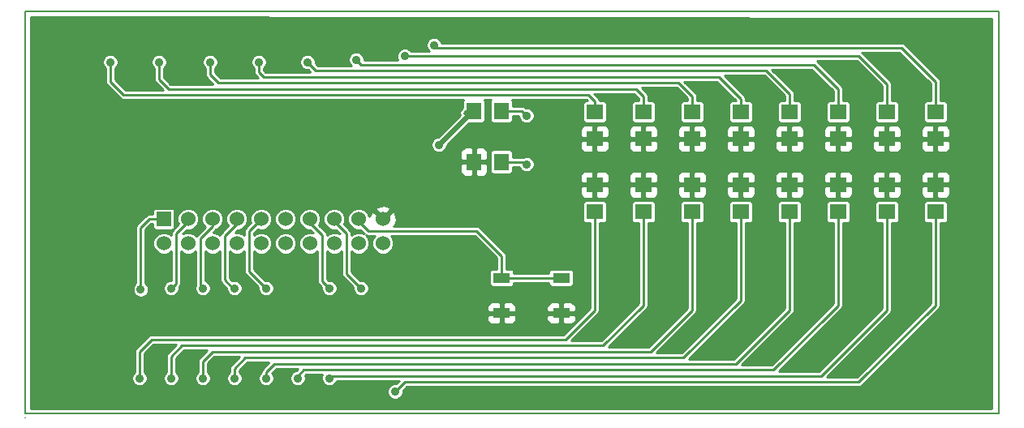
<source format=gtl>
G04 (created by PCBNEW (2013-jul-07)-stable) date ven. 28 nov. 2014 16:43:25 CET*
%MOIN*%
G04 Gerber Fmt 3.4, Leading zero omitted, Abs format*
%FSLAX34Y34*%
G01*
G70*
G90*
G04 APERTURE LIST*
%ADD10C,0.00590551*%
%ADD11R,0.06X0.06*%
%ADD12C,0.06*%
%ADD13R,0.0709X0.0433*%
%ADD14R,0.0709X0.0629*%
%ADD15R,0.0629X0.0709*%
%ADD16C,0.035*%
%ADD17C,0.02*%
%ADD18C,0.01*%
G04 APERTURE END LIST*
G54D10*
X74000Y-29100D02*
X74000Y-45650D01*
X73400Y-29100D02*
X74000Y-29100D01*
X73400Y-45650D02*
X74000Y-45650D01*
X34000Y-29100D02*
X34000Y-45600D01*
X34000Y-29100D02*
X73400Y-29100D01*
X34000Y-45650D02*
X34000Y-45600D01*
X73400Y-45650D02*
X34000Y-45650D01*
X34000Y-45800D02*
G75*
G03X34000Y-45800I0J0D01*
G74*
G01*
X33999Y-45800D02*
X34000Y-45800D01*
X34000Y-45799D02*
X34000Y-45800D01*
G54D11*
X39700Y-37650D03*
G54D12*
X39700Y-38650D03*
X40700Y-37650D03*
X40700Y-38650D03*
X41700Y-37650D03*
X41700Y-38650D03*
X42700Y-37650D03*
X42700Y-38650D03*
X43700Y-37650D03*
X43700Y-38650D03*
X44700Y-37650D03*
X44700Y-38650D03*
X45700Y-37650D03*
X45700Y-38650D03*
X46700Y-37650D03*
X46700Y-38650D03*
X47700Y-37650D03*
X47700Y-38650D03*
X48700Y-37650D03*
X48700Y-38650D03*
G54D13*
X56020Y-41528D03*
X53580Y-41528D03*
X53580Y-40072D03*
X56020Y-40072D03*
G54D14*
X69400Y-37359D03*
X69400Y-36241D03*
X57400Y-37359D03*
X57400Y-36241D03*
X59400Y-37359D03*
X59400Y-36241D03*
G54D15*
X53559Y-35300D03*
X52441Y-35300D03*
G54D14*
X61400Y-37359D03*
X61400Y-36241D03*
G54D15*
X52441Y-33200D03*
X53559Y-33200D03*
G54D14*
X63400Y-37359D03*
X63400Y-36241D03*
X65400Y-37359D03*
X65400Y-36241D03*
X67400Y-37359D03*
X67400Y-36241D03*
X63400Y-33241D03*
X63400Y-34359D03*
X71400Y-37359D03*
X71400Y-36241D03*
X57400Y-33241D03*
X57400Y-34359D03*
X59400Y-33241D03*
X59400Y-34359D03*
X61400Y-33241D03*
X61400Y-34359D03*
X71400Y-33241D03*
X71400Y-34359D03*
X69400Y-33241D03*
X69400Y-34359D03*
X67400Y-33241D03*
X67400Y-34359D03*
X65400Y-33241D03*
X65400Y-34359D03*
G54D16*
X51000Y-34600D03*
X38750Y-40550D03*
X40000Y-40500D03*
X41300Y-40500D03*
X42600Y-40500D03*
X43900Y-40500D03*
X46500Y-40500D03*
X47800Y-40500D03*
X45600Y-31200D03*
X50800Y-30500D03*
X49600Y-30950D03*
X41600Y-31200D03*
X39500Y-31200D03*
X43600Y-31200D03*
X54600Y-35400D03*
X54600Y-33400D03*
X38700Y-44200D03*
X40000Y-44200D03*
X46500Y-44200D03*
X45200Y-44200D03*
X47600Y-31100D03*
X37500Y-31200D03*
X49200Y-44750D03*
X41300Y-44200D03*
X42600Y-44200D03*
X43900Y-44200D03*
G54D17*
X52441Y-33200D02*
X52400Y-33200D01*
X52400Y-33200D02*
X51000Y-34600D01*
X52100Y-33300D02*
X52441Y-33000D01*
X52100Y-33300D02*
X52441Y-33000D01*
G54D18*
X38750Y-38000D02*
X38750Y-40550D01*
X39700Y-37650D02*
X39100Y-37650D01*
X39100Y-37650D02*
X38750Y-38000D01*
X40200Y-40300D02*
X40000Y-40500D01*
X40200Y-38250D02*
X40200Y-40300D01*
X40700Y-37650D02*
X40700Y-37750D01*
X40700Y-37750D02*
X40200Y-38250D01*
X41200Y-40400D02*
X41300Y-40500D01*
X41200Y-38450D02*
X41200Y-40400D01*
X41700Y-37650D02*
X41700Y-37950D01*
X41700Y-37950D02*
X41200Y-38450D01*
X42550Y-40500D02*
X42600Y-40500D01*
X42200Y-40150D02*
X42550Y-40500D01*
X42200Y-38350D02*
X42200Y-40150D01*
X42700Y-37650D02*
X42700Y-37850D01*
X42700Y-37850D02*
X42200Y-38350D01*
X43200Y-39800D02*
X43900Y-40500D01*
X43700Y-37650D02*
X43200Y-38150D01*
X43200Y-38150D02*
X43200Y-39800D01*
X46200Y-40200D02*
X46500Y-40500D01*
X46200Y-38300D02*
X46200Y-40200D01*
X45700Y-37650D02*
X45700Y-37800D01*
X45700Y-37800D02*
X46200Y-38300D01*
X47200Y-39900D02*
X47800Y-40500D01*
X47200Y-38250D02*
X47200Y-39900D01*
X46700Y-37650D02*
X46700Y-37750D01*
X46700Y-37750D02*
X47200Y-38250D01*
X65400Y-33241D02*
X65400Y-32500D01*
X64450Y-31550D02*
X65400Y-32500D01*
X61200Y-31550D02*
X61800Y-31550D01*
X45950Y-31550D02*
X61200Y-31550D01*
X45600Y-31200D02*
X45950Y-31550D01*
X61800Y-31550D02*
X64450Y-31550D01*
X71400Y-33241D02*
X71400Y-32000D01*
X70000Y-30600D02*
X71400Y-32000D01*
X70000Y-30600D02*
X67200Y-30600D01*
X66000Y-30600D02*
X67200Y-30600D01*
X67200Y-30600D02*
X67450Y-30600D01*
X50900Y-30600D02*
X66000Y-30600D01*
X50800Y-30500D02*
X50900Y-30600D01*
X69400Y-33241D02*
X69400Y-32100D01*
X68250Y-30950D02*
X69400Y-32100D01*
X64300Y-30950D02*
X65600Y-30950D01*
X64300Y-30950D02*
X49600Y-30950D01*
X65600Y-30950D02*
X68250Y-30950D01*
X49600Y-30950D02*
X49650Y-31000D01*
X60600Y-32050D02*
X60850Y-32050D01*
X61400Y-32600D02*
X61400Y-33241D01*
X60850Y-32050D02*
X61400Y-32600D01*
X57800Y-32050D02*
X60600Y-32050D01*
X60600Y-32050D02*
X60650Y-32050D01*
X56700Y-32050D02*
X57800Y-32050D01*
X57800Y-32050D02*
X57900Y-32050D01*
X41950Y-32050D02*
X56700Y-32050D01*
X41950Y-32050D02*
X41600Y-31700D01*
X41600Y-31700D02*
X41600Y-31200D01*
X58900Y-32300D02*
X59100Y-32300D01*
X55900Y-32300D02*
X58900Y-32300D01*
X59400Y-32600D02*
X59400Y-33241D01*
X59100Y-32300D02*
X59400Y-32600D01*
X55000Y-32300D02*
X55900Y-32300D01*
X55900Y-32300D02*
X55950Y-32300D01*
X39900Y-32300D02*
X55000Y-32300D01*
X39500Y-31200D02*
X39500Y-31900D01*
X39900Y-32300D02*
X39500Y-31900D01*
X63400Y-33241D02*
X63400Y-32700D01*
X62500Y-31800D02*
X63400Y-32700D01*
X62500Y-31800D02*
X59800Y-31800D01*
X59200Y-31800D02*
X59800Y-31800D01*
X59800Y-31800D02*
X59850Y-31800D01*
X43800Y-31800D02*
X59200Y-31800D01*
X43800Y-31800D02*
X43600Y-31600D01*
X43600Y-31600D02*
X43600Y-31200D01*
X54500Y-35300D02*
X53559Y-35300D01*
X54600Y-35400D02*
X54500Y-35300D01*
X53559Y-33200D02*
X54400Y-33200D01*
X54400Y-33200D02*
X54600Y-33400D01*
X54000Y-42600D02*
X56200Y-42600D01*
X57400Y-41400D02*
X57400Y-37359D01*
X56200Y-42600D02*
X57400Y-41400D01*
X52100Y-42600D02*
X54000Y-42600D01*
X54000Y-42600D02*
X54100Y-42600D01*
X38700Y-44200D02*
X38700Y-43100D01*
X39200Y-42600D02*
X52100Y-42600D01*
X38700Y-43100D02*
X39200Y-42600D01*
X56350Y-42850D02*
X57750Y-42850D01*
X40000Y-43300D02*
X40450Y-42850D01*
X40450Y-42850D02*
X54800Y-42850D01*
X40000Y-44200D02*
X40000Y-43600D01*
X40000Y-43600D02*
X40000Y-43300D01*
X54800Y-42850D02*
X56350Y-42850D01*
X59400Y-41200D02*
X59400Y-37359D01*
X57750Y-42850D02*
X59400Y-41200D01*
X65400Y-44100D02*
X66700Y-44100D01*
X46600Y-44100D02*
X46500Y-44200D01*
X49600Y-44100D02*
X65400Y-44100D01*
X49600Y-44100D02*
X46600Y-44100D01*
X69400Y-41400D02*
X69400Y-37359D01*
X66700Y-44100D02*
X69400Y-41400D01*
X64200Y-43850D02*
X64750Y-43850D01*
X64750Y-43850D02*
X67000Y-41600D01*
X45200Y-44100D02*
X45450Y-43850D01*
X45450Y-43850D02*
X63650Y-43850D01*
X45200Y-44200D02*
X45200Y-44100D01*
X63650Y-43850D02*
X64200Y-43850D01*
X67400Y-41200D02*
X67400Y-37359D01*
X67000Y-41600D02*
X67400Y-41200D01*
X67400Y-32300D02*
X67400Y-33241D01*
X66400Y-31300D02*
X67400Y-32300D01*
X47800Y-31300D02*
X66400Y-31300D01*
X47600Y-31100D02*
X47800Y-31300D01*
X56950Y-32550D02*
X57150Y-32550D01*
X52600Y-32550D02*
X54000Y-32550D01*
X38050Y-32550D02*
X52600Y-32550D01*
X38050Y-32550D02*
X37500Y-32000D01*
X54000Y-32550D02*
X56950Y-32550D01*
X57150Y-32550D02*
X57400Y-32800D01*
X37500Y-31200D02*
X37500Y-32000D01*
X57400Y-32800D02*
X57400Y-33241D01*
X67000Y-44350D02*
X68250Y-44350D01*
X49600Y-44350D02*
X67000Y-44350D01*
X49200Y-44750D02*
X49600Y-44350D01*
X68250Y-44350D02*
X71400Y-41200D01*
X71400Y-41200D02*
X71400Y-37450D01*
X58600Y-43100D02*
X59700Y-43100D01*
X41700Y-43100D02*
X56900Y-43100D01*
X41300Y-43500D02*
X41700Y-43100D01*
X56900Y-43100D02*
X58600Y-43100D01*
X61400Y-41400D02*
X61400Y-37359D01*
X59700Y-43100D02*
X61400Y-41400D01*
X41300Y-44200D02*
X41300Y-43500D01*
X41300Y-44200D02*
X41300Y-43500D01*
X60600Y-43350D02*
X61050Y-43350D01*
X63400Y-41000D02*
X63400Y-37359D01*
X61050Y-43350D02*
X63400Y-41000D01*
X58600Y-43350D02*
X60600Y-43350D01*
X60600Y-43350D02*
X60650Y-43350D01*
X42600Y-44200D02*
X42600Y-43800D01*
X43050Y-43350D02*
X58600Y-43350D01*
X42600Y-43800D02*
X43050Y-43350D01*
X62800Y-43600D02*
X63200Y-43600D01*
X43900Y-43950D02*
X44250Y-43600D01*
X44250Y-43600D02*
X61300Y-43600D01*
X43900Y-44200D02*
X43900Y-43950D01*
X61300Y-43600D02*
X62800Y-43600D01*
X65400Y-41400D02*
X65400Y-37359D01*
X63200Y-43600D02*
X65400Y-41400D01*
X49600Y-38150D02*
X52550Y-38150D01*
X53580Y-39180D02*
X53580Y-40072D01*
X52550Y-38150D02*
X53580Y-39180D01*
X47700Y-37650D02*
X47700Y-37750D01*
X48100Y-38150D02*
X49500Y-38150D01*
X47700Y-37750D02*
X48100Y-38150D01*
X53580Y-40072D02*
X56020Y-40072D01*
X49500Y-38150D02*
X49600Y-38150D01*
G54D10*
G36*
X73700Y-45450D02*
X72004Y-45450D01*
X72004Y-36605D01*
X72004Y-35876D01*
X72004Y-34723D01*
X72004Y-33994D01*
X71966Y-33903D01*
X71904Y-33840D01*
X71904Y-33525D01*
X71904Y-32896D01*
X71881Y-32841D01*
X71839Y-32799D01*
X71784Y-32776D01*
X71724Y-32776D01*
X71600Y-32776D01*
X71600Y-32000D01*
X71587Y-31936D01*
X71584Y-31923D01*
X71584Y-31923D01*
X71541Y-31858D01*
X71541Y-31858D01*
X70141Y-30458D01*
X70076Y-30415D01*
X70000Y-30400D01*
X67450Y-30400D01*
X67200Y-30400D01*
X66000Y-30400D01*
X51110Y-30400D01*
X51075Y-30316D01*
X50984Y-30224D01*
X50864Y-30175D01*
X50735Y-30174D01*
X50616Y-30224D01*
X50524Y-30315D01*
X50475Y-30435D01*
X50474Y-30564D01*
X50524Y-30683D01*
X50590Y-30750D01*
X49859Y-30750D01*
X49784Y-30674D01*
X49664Y-30625D01*
X49535Y-30624D01*
X49416Y-30674D01*
X49324Y-30765D01*
X49275Y-30885D01*
X49274Y-31014D01*
X49310Y-31100D01*
X47925Y-31100D01*
X47925Y-31035D01*
X47875Y-30916D01*
X47784Y-30824D01*
X47664Y-30775D01*
X47535Y-30774D01*
X47416Y-30824D01*
X47324Y-30915D01*
X47275Y-31035D01*
X47274Y-31164D01*
X47324Y-31283D01*
X47390Y-31350D01*
X46032Y-31350D01*
X45924Y-31242D01*
X45925Y-31135D01*
X45875Y-31016D01*
X45784Y-30924D01*
X45664Y-30875D01*
X45535Y-30874D01*
X45416Y-30924D01*
X45324Y-31015D01*
X45275Y-31135D01*
X45274Y-31264D01*
X45324Y-31383D01*
X45415Y-31475D01*
X45535Y-31524D01*
X45642Y-31525D01*
X45717Y-31600D01*
X43882Y-31600D01*
X43800Y-31517D01*
X43800Y-31459D01*
X43875Y-31384D01*
X43924Y-31264D01*
X43925Y-31135D01*
X43875Y-31016D01*
X43784Y-30924D01*
X43664Y-30875D01*
X43535Y-30874D01*
X43416Y-30924D01*
X43324Y-31015D01*
X43275Y-31135D01*
X43274Y-31264D01*
X43324Y-31383D01*
X43400Y-31459D01*
X43400Y-31600D01*
X43415Y-31676D01*
X43458Y-31741D01*
X43567Y-31850D01*
X42032Y-31850D01*
X41800Y-31617D01*
X41800Y-31459D01*
X41875Y-31384D01*
X41924Y-31264D01*
X41925Y-31135D01*
X41875Y-31016D01*
X41784Y-30924D01*
X41664Y-30875D01*
X41535Y-30874D01*
X41416Y-30924D01*
X41324Y-31015D01*
X41275Y-31135D01*
X41274Y-31264D01*
X41324Y-31383D01*
X41400Y-31459D01*
X41400Y-31700D01*
X41415Y-31776D01*
X41458Y-31841D01*
X41717Y-32100D01*
X39982Y-32100D01*
X39700Y-31817D01*
X39700Y-31459D01*
X39775Y-31384D01*
X39824Y-31264D01*
X39825Y-31135D01*
X39775Y-31016D01*
X39684Y-30924D01*
X39564Y-30875D01*
X39435Y-30874D01*
X39316Y-30924D01*
X39224Y-31015D01*
X39175Y-31135D01*
X39174Y-31264D01*
X39224Y-31383D01*
X39300Y-31459D01*
X39300Y-31900D01*
X39315Y-31976D01*
X39358Y-32041D01*
X39667Y-32350D01*
X38132Y-32350D01*
X37700Y-31917D01*
X37700Y-31459D01*
X37775Y-31384D01*
X37824Y-31264D01*
X37825Y-31135D01*
X37775Y-31016D01*
X37684Y-30924D01*
X37564Y-30875D01*
X37435Y-30874D01*
X37316Y-30924D01*
X37224Y-31015D01*
X37175Y-31135D01*
X37174Y-31264D01*
X37224Y-31383D01*
X37300Y-31459D01*
X37300Y-32000D01*
X37315Y-32076D01*
X37358Y-32141D01*
X37908Y-32691D01*
X37973Y-32734D01*
X37973Y-32734D01*
X37986Y-32737D01*
X38050Y-32750D01*
X52009Y-32750D01*
X51999Y-32760D01*
X51976Y-32815D01*
X51976Y-32875D01*
X51976Y-33075D01*
X51934Y-33112D01*
X51875Y-33189D01*
X51850Y-33283D01*
X51863Y-33380D01*
X51864Y-33382D01*
X50971Y-34274D01*
X50935Y-34274D01*
X50816Y-34324D01*
X50724Y-34415D01*
X50675Y-34535D01*
X50674Y-34664D01*
X50724Y-34783D01*
X50815Y-34875D01*
X50935Y-34924D01*
X51064Y-34925D01*
X51183Y-34875D01*
X51275Y-34784D01*
X51324Y-34664D01*
X51324Y-34628D01*
X52249Y-33704D01*
X52785Y-33704D01*
X52840Y-33681D01*
X52882Y-33639D01*
X52905Y-33584D01*
X52905Y-33524D01*
X52905Y-32815D01*
X52882Y-32760D01*
X52872Y-32750D01*
X53127Y-32750D01*
X53117Y-32760D01*
X53094Y-32815D01*
X53094Y-32875D01*
X53094Y-33584D01*
X53117Y-33639D01*
X53159Y-33681D01*
X53214Y-33704D01*
X53274Y-33704D01*
X53903Y-33704D01*
X53958Y-33681D01*
X54000Y-33639D01*
X54023Y-33584D01*
X54023Y-33524D01*
X54023Y-33400D01*
X54274Y-33400D01*
X54274Y-33464D01*
X54324Y-33583D01*
X54415Y-33675D01*
X54535Y-33724D01*
X54664Y-33725D01*
X54783Y-33675D01*
X54875Y-33584D01*
X54924Y-33464D01*
X54925Y-33335D01*
X54875Y-33216D01*
X54784Y-33124D01*
X54664Y-33075D01*
X54557Y-33074D01*
X54541Y-33058D01*
X54476Y-33015D01*
X54400Y-33000D01*
X54023Y-33000D01*
X54023Y-32815D01*
X54000Y-32760D01*
X53990Y-32750D01*
X54000Y-32750D01*
X56950Y-32750D01*
X57067Y-32750D01*
X57093Y-32776D01*
X57015Y-32776D01*
X56960Y-32799D01*
X56918Y-32841D01*
X56895Y-32896D01*
X56895Y-32956D01*
X56895Y-33585D01*
X56918Y-33640D01*
X56960Y-33682D01*
X57015Y-33705D01*
X57075Y-33705D01*
X57784Y-33705D01*
X57839Y-33682D01*
X57881Y-33640D01*
X57904Y-33585D01*
X57904Y-33525D01*
X57904Y-32896D01*
X57881Y-32841D01*
X57839Y-32799D01*
X57784Y-32776D01*
X57724Y-32776D01*
X57595Y-32776D01*
X57584Y-32723D01*
X57584Y-32723D01*
X57570Y-32701D01*
X57541Y-32658D01*
X57541Y-32658D01*
X57382Y-32500D01*
X58900Y-32500D01*
X59017Y-32500D01*
X59200Y-32682D01*
X59200Y-32776D01*
X59015Y-32776D01*
X58960Y-32799D01*
X58918Y-32841D01*
X58895Y-32896D01*
X58895Y-32956D01*
X58895Y-33585D01*
X58918Y-33640D01*
X58960Y-33682D01*
X59015Y-33705D01*
X59075Y-33705D01*
X59784Y-33705D01*
X59839Y-33682D01*
X59881Y-33640D01*
X59904Y-33585D01*
X59904Y-33525D01*
X59904Y-32896D01*
X59881Y-32841D01*
X59839Y-32799D01*
X59784Y-32776D01*
X59724Y-32776D01*
X59600Y-32776D01*
X59600Y-32600D01*
X59599Y-32599D01*
X59584Y-32523D01*
X59584Y-32523D01*
X59570Y-32501D01*
X59541Y-32458D01*
X59541Y-32458D01*
X59332Y-32250D01*
X60600Y-32250D01*
X60650Y-32250D01*
X60767Y-32250D01*
X61200Y-32682D01*
X61200Y-32776D01*
X61015Y-32776D01*
X60960Y-32799D01*
X60918Y-32841D01*
X60895Y-32896D01*
X60895Y-32956D01*
X60895Y-33585D01*
X60918Y-33640D01*
X60960Y-33682D01*
X61015Y-33705D01*
X61075Y-33705D01*
X61784Y-33705D01*
X61839Y-33682D01*
X61881Y-33640D01*
X61904Y-33585D01*
X61904Y-33525D01*
X61904Y-32896D01*
X61881Y-32841D01*
X61839Y-32799D01*
X61784Y-32776D01*
X61724Y-32776D01*
X61600Y-32776D01*
X61600Y-32600D01*
X61587Y-32536D01*
X61584Y-32523D01*
X61584Y-32523D01*
X61541Y-32458D01*
X61082Y-32000D01*
X62417Y-32000D01*
X63193Y-32776D01*
X63015Y-32776D01*
X62960Y-32799D01*
X62918Y-32841D01*
X62895Y-32896D01*
X62895Y-32956D01*
X62895Y-33585D01*
X62918Y-33640D01*
X62960Y-33682D01*
X63015Y-33705D01*
X63075Y-33705D01*
X63784Y-33705D01*
X63839Y-33682D01*
X63881Y-33640D01*
X63904Y-33585D01*
X63904Y-33525D01*
X63904Y-32896D01*
X63881Y-32841D01*
X63839Y-32799D01*
X63784Y-32776D01*
X63724Y-32776D01*
X63600Y-32776D01*
X63600Y-32700D01*
X63584Y-32623D01*
X63584Y-32623D01*
X63541Y-32558D01*
X62732Y-31750D01*
X64367Y-31750D01*
X65200Y-32582D01*
X65200Y-32776D01*
X65015Y-32776D01*
X64960Y-32799D01*
X64918Y-32841D01*
X64895Y-32896D01*
X64895Y-32956D01*
X64895Y-33585D01*
X64918Y-33640D01*
X64960Y-33682D01*
X65015Y-33705D01*
X65075Y-33705D01*
X65784Y-33705D01*
X65839Y-33682D01*
X65881Y-33640D01*
X65904Y-33585D01*
X65904Y-33525D01*
X65904Y-32896D01*
X65881Y-32841D01*
X65839Y-32799D01*
X65784Y-32776D01*
X65724Y-32776D01*
X65600Y-32776D01*
X65600Y-32500D01*
X65587Y-32436D01*
X65584Y-32423D01*
X65584Y-32423D01*
X65541Y-32358D01*
X64682Y-31500D01*
X66317Y-31500D01*
X67200Y-32382D01*
X67200Y-32776D01*
X67015Y-32776D01*
X66960Y-32799D01*
X66918Y-32841D01*
X66895Y-32896D01*
X66895Y-32956D01*
X66895Y-33585D01*
X66918Y-33640D01*
X66960Y-33682D01*
X67015Y-33705D01*
X67075Y-33705D01*
X67784Y-33705D01*
X67839Y-33682D01*
X67881Y-33640D01*
X67904Y-33585D01*
X67904Y-33525D01*
X67904Y-32896D01*
X67881Y-32841D01*
X67839Y-32799D01*
X67784Y-32776D01*
X67724Y-32776D01*
X67600Y-32776D01*
X67600Y-32300D01*
X67584Y-32223D01*
X67584Y-32223D01*
X67570Y-32201D01*
X67541Y-32158D01*
X67541Y-32158D01*
X66541Y-31158D01*
X66528Y-31150D01*
X68167Y-31150D01*
X69200Y-32182D01*
X69200Y-32776D01*
X69015Y-32776D01*
X68960Y-32799D01*
X68918Y-32841D01*
X68895Y-32896D01*
X68895Y-32956D01*
X68895Y-33585D01*
X68918Y-33640D01*
X68960Y-33682D01*
X69015Y-33705D01*
X69075Y-33705D01*
X69784Y-33705D01*
X69839Y-33682D01*
X69881Y-33640D01*
X69904Y-33585D01*
X69904Y-33525D01*
X69904Y-32896D01*
X69881Y-32841D01*
X69839Y-32799D01*
X69784Y-32776D01*
X69724Y-32776D01*
X69600Y-32776D01*
X69600Y-32100D01*
X69599Y-32099D01*
X69584Y-32023D01*
X69584Y-32023D01*
X69570Y-32001D01*
X69541Y-31958D01*
X69541Y-31958D01*
X68391Y-30808D01*
X68378Y-30800D01*
X69917Y-30800D01*
X71200Y-32082D01*
X71200Y-32776D01*
X71015Y-32776D01*
X70960Y-32799D01*
X70918Y-32841D01*
X70895Y-32896D01*
X70895Y-32956D01*
X70895Y-33585D01*
X70918Y-33640D01*
X70960Y-33682D01*
X71015Y-33705D01*
X71075Y-33705D01*
X71784Y-33705D01*
X71839Y-33682D01*
X71881Y-33640D01*
X71904Y-33585D01*
X71904Y-33525D01*
X71904Y-33840D01*
X71896Y-33832D01*
X71804Y-33794D01*
X71704Y-33794D01*
X71512Y-33794D01*
X71450Y-33857D01*
X71450Y-34309D01*
X71942Y-34309D01*
X72004Y-34246D01*
X72004Y-33994D01*
X72004Y-34723D01*
X72004Y-34471D01*
X71942Y-34409D01*
X71450Y-34409D01*
X71450Y-34861D01*
X71512Y-34923D01*
X71704Y-34923D01*
X71804Y-34923D01*
X71896Y-34885D01*
X71966Y-34814D01*
X72004Y-34723D01*
X72004Y-35876D01*
X71966Y-35785D01*
X71896Y-35714D01*
X71804Y-35676D01*
X71704Y-35676D01*
X71512Y-35676D01*
X71450Y-35739D01*
X71450Y-36191D01*
X71942Y-36191D01*
X72004Y-36128D01*
X72004Y-35876D01*
X72004Y-36605D01*
X72004Y-36353D01*
X71942Y-36291D01*
X71450Y-36291D01*
X71450Y-36743D01*
X71512Y-36805D01*
X71704Y-36805D01*
X71804Y-36805D01*
X71896Y-36767D01*
X71966Y-36696D01*
X72004Y-36605D01*
X72004Y-45450D01*
X71904Y-45450D01*
X71904Y-37643D01*
X71904Y-37014D01*
X71881Y-36959D01*
X71839Y-36917D01*
X71784Y-36894D01*
X71724Y-36894D01*
X71350Y-36894D01*
X71350Y-36743D01*
X71350Y-36291D01*
X71350Y-36191D01*
X71350Y-35739D01*
X71350Y-34861D01*
X71350Y-34409D01*
X71350Y-34309D01*
X71350Y-33857D01*
X71287Y-33794D01*
X71095Y-33794D01*
X70995Y-33794D01*
X70903Y-33832D01*
X70833Y-33903D01*
X70795Y-33994D01*
X70795Y-34246D01*
X70858Y-34309D01*
X71350Y-34309D01*
X71350Y-34409D01*
X70858Y-34409D01*
X70795Y-34471D01*
X70795Y-34723D01*
X70833Y-34814D01*
X70903Y-34885D01*
X70995Y-34923D01*
X71095Y-34923D01*
X71287Y-34923D01*
X71350Y-34861D01*
X71350Y-35739D01*
X71287Y-35676D01*
X71095Y-35676D01*
X70995Y-35676D01*
X70903Y-35714D01*
X70833Y-35785D01*
X70795Y-35876D01*
X70795Y-36128D01*
X70858Y-36191D01*
X71350Y-36191D01*
X71350Y-36291D01*
X70858Y-36291D01*
X70795Y-36353D01*
X70795Y-36605D01*
X70833Y-36696D01*
X70903Y-36767D01*
X70995Y-36805D01*
X71095Y-36805D01*
X71287Y-36805D01*
X71350Y-36743D01*
X71350Y-36894D01*
X71015Y-36894D01*
X70960Y-36917D01*
X70918Y-36959D01*
X70895Y-37014D01*
X70895Y-37074D01*
X70895Y-37703D01*
X70918Y-37758D01*
X70960Y-37800D01*
X71015Y-37823D01*
X71075Y-37823D01*
X71200Y-37823D01*
X71200Y-41117D01*
X70004Y-42312D01*
X70004Y-36605D01*
X70004Y-35876D01*
X70004Y-34723D01*
X70004Y-33994D01*
X69966Y-33903D01*
X69896Y-33832D01*
X69804Y-33794D01*
X69704Y-33794D01*
X69512Y-33794D01*
X69450Y-33857D01*
X69450Y-34309D01*
X69942Y-34309D01*
X70004Y-34246D01*
X70004Y-33994D01*
X70004Y-34723D01*
X70004Y-34471D01*
X69942Y-34409D01*
X69450Y-34409D01*
X69450Y-34861D01*
X69512Y-34923D01*
X69704Y-34923D01*
X69804Y-34923D01*
X69896Y-34885D01*
X69966Y-34814D01*
X70004Y-34723D01*
X70004Y-35876D01*
X69966Y-35785D01*
X69896Y-35714D01*
X69804Y-35676D01*
X69704Y-35676D01*
X69512Y-35676D01*
X69450Y-35739D01*
X69450Y-36191D01*
X69942Y-36191D01*
X70004Y-36128D01*
X70004Y-35876D01*
X70004Y-36605D01*
X70004Y-36353D01*
X69942Y-36291D01*
X69450Y-36291D01*
X69450Y-36743D01*
X69512Y-36805D01*
X69704Y-36805D01*
X69804Y-36805D01*
X69896Y-36767D01*
X69966Y-36696D01*
X70004Y-36605D01*
X70004Y-42312D01*
X68167Y-44150D01*
X67000Y-44150D01*
X66932Y-44150D01*
X69541Y-41541D01*
X69541Y-41541D01*
X69570Y-41498D01*
X69584Y-41476D01*
X69584Y-41476D01*
X69599Y-41400D01*
X69600Y-41400D01*
X69600Y-37823D01*
X69784Y-37823D01*
X69839Y-37800D01*
X69881Y-37758D01*
X69904Y-37703D01*
X69904Y-37643D01*
X69904Y-37014D01*
X69881Y-36959D01*
X69839Y-36917D01*
X69784Y-36894D01*
X69724Y-36894D01*
X69350Y-36894D01*
X69350Y-36743D01*
X69350Y-36291D01*
X69350Y-36191D01*
X69350Y-35739D01*
X69350Y-34861D01*
X69350Y-34409D01*
X69350Y-34309D01*
X69350Y-33857D01*
X69287Y-33794D01*
X69095Y-33794D01*
X68995Y-33794D01*
X68903Y-33832D01*
X68833Y-33903D01*
X68795Y-33994D01*
X68795Y-34246D01*
X68858Y-34309D01*
X69350Y-34309D01*
X69350Y-34409D01*
X68858Y-34409D01*
X68795Y-34471D01*
X68795Y-34723D01*
X68833Y-34814D01*
X68903Y-34885D01*
X68995Y-34923D01*
X69095Y-34923D01*
X69287Y-34923D01*
X69350Y-34861D01*
X69350Y-35739D01*
X69287Y-35676D01*
X69095Y-35676D01*
X68995Y-35676D01*
X68903Y-35714D01*
X68833Y-35785D01*
X68795Y-35876D01*
X68795Y-36128D01*
X68858Y-36191D01*
X69350Y-36191D01*
X69350Y-36291D01*
X68858Y-36291D01*
X68795Y-36353D01*
X68795Y-36605D01*
X68833Y-36696D01*
X68903Y-36767D01*
X68995Y-36805D01*
X69095Y-36805D01*
X69287Y-36805D01*
X69350Y-36743D01*
X69350Y-36894D01*
X69015Y-36894D01*
X68960Y-36917D01*
X68918Y-36959D01*
X68895Y-37014D01*
X68895Y-37074D01*
X68895Y-37703D01*
X68918Y-37758D01*
X68960Y-37800D01*
X69015Y-37823D01*
X69075Y-37823D01*
X69200Y-37823D01*
X69200Y-41317D01*
X68004Y-42512D01*
X68004Y-36605D01*
X68004Y-35876D01*
X68004Y-34723D01*
X68004Y-33994D01*
X67966Y-33903D01*
X67896Y-33832D01*
X67804Y-33794D01*
X67704Y-33794D01*
X67512Y-33794D01*
X67450Y-33857D01*
X67450Y-34309D01*
X67942Y-34309D01*
X68004Y-34246D01*
X68004Y-33994D01*
X68004Y-34723D01*
X68004Y-34471D01*
X67942Y-34409D01*
X67450Y-34409D01*
X67450Y-34861D01*
X67512Y-34923D01*
X67704Y-34923D01*
X67804Y-34923D01*
X67896Y-34885D01*
X67966Y-34814D01*
X68004Y-34723D01*
X68004Y-35876D01*
X67966Y-35785D01*
X67896Y-35714D01*
X67804Y-35676D01*
X67704Y-35676D01*
X67512Y-35676D01*
X67450Y-35739D01*
X67450Y-36191D01*
X67942Y-36191D01*
X68004Y-36128D01*
X68004Y-35876D01*
X68004Y-36605D01*
X68004Y-36353D01*
X67942Y-36291D01*
X67450Y-36291D01*
X67450Y-36743D01*
X67512Y-36805D01*
X67704Y-36805D01*
X67804Y-36805D01*
X67896Y-36767D01*
X67966Y-36696D01*
X68004Y-36605D01*
X68004Y-42512D01*
X66617Y-43900D01*
X65400Y-43900D01*
X64982Y-43900D01*
X67141Y-41741D01*
X67141Y-41741D01*
X67141Y-41741D01*
X67541Y-41341D01*
X67541Y-41341D01*
X67570Y-41298D01*
X67584Y-41276D01*
X67584Y-41276D01*
X67599Y-41200D01*
X67600Y-41200D01*
X67600Y-37823D01*
X67784Y-37823D01*
X67839Y-37800D01*
X67881Y-37758D01*
X67904Y-37703D01*
X67904Y-37643D01*
X67904Y-37014D01*
X67881Y-36959D01*
X67839Y-36917D01*
X67784Y-36894D01*
X67724Y-36894D01*
X67350Y-36894D01*
X67350Y-36743D01*
X67350Y-36291D01*
X67350Y-36191D01*
X67350Y-35739D01*
X67350Y-34861D01*
X67350Y-34409D01*
X67350Y-34309D01*
X67350Y-33857D01*
X67287Y-33794D01*
X67095Y-33794D01*
X66995Y-33794D01*
X66903Y-33832D01*
X66833Y-33903D01*
X66795Y-33994D01*
X66795Y-34246D01*
X66858Y-34309D01*
X67350Y-34309D01*
X67350Y-34409D01*
X66858Y-34409D01*
X66795Y-34471D01*
X66795Y-34723D01*
X66833Y-34814D01*
X66903Y-34885D01*
X66995Y-34923D01*
X67095Y-34923D01*
X67287Y-34923D01*
X67350Y-34861D01*
X67350Y-35739D01*
X67287Y-35676D01*
X67095Y-35676D01*
X66995Y-35676D01*
X66903Y-35714D01*
X66833Y-35785D01*
X66795Y-35876D01*
X66795Y-36128D01*
X66858Y-36191D01*
X67350Y-36191D01*
X67350Y-36291D01*
X66858Y-36291D01*
X66795Y-36353D01*
X66795Y-36605D01*
X66833Y-36696D01*
X66903Y-36767D01*
X66995Y-36805D01*
X67095Y-36805D01*
X67287Y-36805D01*
X67350Y-36743D01*
X67350Y-36894D01*
X67015Y-36894D01*
X66960Y-36917D01*
X66918Y-36959D01*
X66895Y-37014D01*
X66895Y-37074D01*
X66895Y-37703D01*
X66918Y-37758D01*
X66960Y-37800D01*
X67015Y-37823D01*
X67075Y-37823D01*
X67200Y-37823D01*
X67200Y-41117D01*
X66858Y-41458D01*
X66858Y-41458D01*
X66004Y-42312D01*
X66004Y-36605D01*
X66004Y-35876D01*
X66004Y-34723D01*
X66004Y-33994D01*
X65966Y-33903D01*
X65896Y-33832D01*
X65804Y-33794D01*
X65704Y-33794D01*
X65512Y-33794D01*
X65450Y-33857D01*
X65450Y-34309D01*
X65942Y-34309D01*
X66004Y-34246D01*
X66004Y-33994D01*
X66004Y-34723D01*
X66004Y-34471D01*
X65942Y-34409D01*
X65450Y-34409D01*
X65450Y-34861D01*
X65512Y-34923D01*
X65704Y-34923D01*
X65804Y-34923D01*
X65896Y-34885D01*
X65966Y-34814D01*
X66004Y-34723D01*
X66004Y-35876D01*
X65966Y-35785D01*
X65896Y-35714D01*
X65804Y-35676D01*
X65704Y-35676D01*
X65512Y-35676D01*
X65450Y-35739D01*
X65450Y-36191D01*
X65942Y-36191D01*
X66004Y-36128D01*
X66004Y-35876D01*
X66004Y-36605D01*
X66004Y-36353D01*
X65942Y-36291D01*
X65450Y-36291D01*
X65450Y-36743D01*
X65512Y-36805D01*
X65704Y-36805D01*
X65804Y-36805D01*
X65896Y-36767D01*
X65966Y-36696D01*
X66004Y-36605D01*
X66004Y-42312D01*
X64667Y-43650D01*
X64200Y-43650D01*
X63650Y-43650D01*
X63432Y-43650D01*
X65541Y-41541D01*
X65541Y-41541D01*
X65584Y-41476D01*
X65584Y-41476D01*
X65587Y-41463D01*
X65599Y-41400D01*
X65600Y-41400D01*
X65600Y-37823D01*
X65784Y-37823D01*
X65839Y-37800D01*
X65881Y-37758D01*
X65904Y-37703D01*
X65904Y-37643D01*
X65904Y-37014D01*
X65881Y-36959D01*
X65839Y-36917D01*
X65784Y-36894D01*
X65724Y-36894D01*
X65350Y-36894D01*
X65350Y-36743D01*
X65350Y-36291D01*
X65350Y-36191D01*
X65350Y-35739D01*
X65350Y-34861D01*
X65350Y-34409D01*
X65350Y-34309D01*
X65350Y-33857D01*
X65287Y-33794D01*
X65095Y-33794D01*
X64995Y-33794D01*
X64903Y-33832D01*
X64833Y-33903D01*
X64795Y-33994D01*
X64795Y-34246D01*
X64858Y-34309D01*
X65350Y-34309D01*
X65350Y-34409D01*
X64858Y-34409D01*
X64795Y-34471D01*
X64795Y-34723D01*
X64833Y-34814D01*
X64903Y-34885D01*
X64995Y-34923D01*
X65095Y-34923D01*
X65287Y-34923D01*
X65350Y-34861D01*
X65350Y-35739D01*
X65287Y-35676D01*
X65095Y-35676D01*
X64995Y-35676D01*
X64903Y-35714D01*
X64833Y-35785D01*
X64795Y-35876D01*
X64795Y-36128D01*
X64858Y-36191D01*
X65350Y-36191D01*
X65350Y-36291D01*
X64858Y-36291D01*
X64795Y-36353D01*
X64795Y-36605D01*
X64833Y-36696D01*
X64903Y-36767D01*
X64995Y-36805D01*
X65095Y-36805D01*
X65287Y-36805D01*
X65350Y-36743D01*
X65350Y-36894D01*
X65015Y-36894D01*
X64960Y-36917D01*
X64918Y-36959D01*
X64895Y-37014D01*
X64895Y-37074D01*
X64895Y-37703D01*
X64918Y-37758D01*
X64960Y-37800D01*
X65015Y-37823D01*
X65075Y-37823D01*
X65200Y-37823D01*
X65200Y-41317D01*
X64004Y-42512D01*
X64004Y-36605D01*
X64004Y-35876D01*
X64004Y-34723D01*
X64004Y-33994D01*
X63966Y-33903D01*
X63896Y-33832D01*
X63804Y-33794D01*
X63704Y-33794D01*
X63512Y-33794D01*
X63450Y-33857D01*
X63450Y-34309D01*
X63942Y-34309D01*
X64004Y-34246D01*
X64004Y-33994D01*
X64004Y-34723D01*
X64004Y-34471D01*
X63942Y-34409D01*
X63450Y-34409D01*
X63450Y-34861D01*
X63512Y-34923D01*
X63704Y-34923D01*
X63804Y-34923D01*
X63896Y-34885D01*
X63966Y-34814D01*
X64004Y-34723D01*
X64004Y-35876D01*
X63966Y-35785D01*
X63896Y-35714D01*
X63804Y-35676D01*
X63704Y-35676D01*
X63512Y-35676D01*
X63450Y-35739D01*
X63450Y-36191D01*
X63942Y-36191D01*
X64004Y-36128D01*
X64004Y-35876D01*
X64004Y-36605D01*
X64004Y-36353D01*
X63942Y-36291D01*
X63450Y-36291D01*
X63450Y-36743D01*
X63512Y-36805D01*
X63704Y-36805D01*
X63804Y-36805D01*
X63896Y-36767D01*
X63966Y-36696D01*
X64004Y-36605D01*
X64004Y-42512D01*
X63117Y-43400D01*
X62800Y-43400D01*
X61300Y-43400D01*
X61282Y-43400D01*
X63541Y-41141D01*
X63541Y-41141D01*
X63570Y-41098D01*
X63584Y-41076D01*
X63584Y-41076D01*
X63599Y-41000D01*
X63600Y-41000D01*
X63600Y-37823D01*
X63784Y-37823D01*
X63839Y-37800D01*
X63881Y-37758D01*
X63904Y-37703D01*
X63904Y-37643D01*
X63904Y-37014D01*
X63881Y-36959D01*
X63839Y-36917D01*
X63784Y-36894D01*
X63724Y-36894D01*
X63350Y-36894D01*
X63350Y-36743D01*
X63350Y-36291D01*
X63350Y-36191D01*
X63350Y-35739D01*
X63350Y-34861D01*
X63350Y-34409D01*
X63350Y-34309D01*
X63350Y-33857D01*
X63287Y-33794D01*
X63095Y-33794D01*
X62995Y-33794D01*
X62903Y-33832D01*
X62833Y-33903D01*
X62795Y-33994D01*
X62795Y-34246D01*
X62858Y-34309D01*
X63350Y-34309D01*
X63350Y-34409D01*
X62858Y-34409D01*
X62795Y-34471D01*
X62795Y-34723D01*
X62833Y-34814D01*
X62903Y-34885D01*
X62995Y-34923D01*
X63095Y-34923D01*
X63287Y-34923D01*
X63350Y-34861D01*
X63350Y-35739D01*
X63287Y-35676D01*
X63095Y-35676D01*
X62995Y-35676D01*
X62903Y-35714D01*
X62833Y-35785D01*
X62795Y-35876D01*
X62795Y-36128D01*
X62858Y-36191D01*
X63350Y-36191D01*
X63350Y-36291D01*
X62858Y-36291D01*
X62795Y-36353D01*
X62795Y-36605D01*
X62833Y-36696D01*
X62903Y-36767D01*
X62995Y-36805D01*
X63095Y-36805D01*
X63287Y-36805D01*
X63350Y-36743D01*
X63350Y-36894D01*
X63015Y-36894D01*
X62960Y-36917D01*
X62918Y-36959D01*
X62895Y-37014D01*
X62895Y-37074D01*
X62895Y-37703D01*
X62918Y-37758D01*
X62960Y-37800D01*
X63015Y-37823D01*
X63075Y-37823D01*
X63200Y-37823D01*
X63200Y-40917D01*
X62004Y-42112D01*
X62004Y-36605D01*
X62004Y-35876D01*
X62004Y-34723D01*
X62004Y-33994D01*
X61966Y-33903D01*
X61896Y-33832D01*
X61804Y-33794D01*
X61704Y-33794D01*
X61512Y-33794D01*
X61450Y-33857D01*
X61450Y-34309D01*
X61942Y-34309D01*
X62004Y-34246D01*
X62004Y-33994D01*
X62004Y-34723D01*
X62004Y-34471D01*
X61942Y-34409D01*
X61450Y-34409D01*
X61450Y-34861D01*
X61512Y-34923D01*
X61704Y-34923D01*
X61804Y-34923D01*
X61896Y-34885D01*
X61966Y-34814D01*
X62004Y-34723D01*
X62004Y-35876D01*
X61966Y-35785D01*
X61896Y-35714D01*
X61804Y-35676D01*
X61704Y-35676D01*
X61512Y-35676D01*
X61450Y-35739D01*
X61450Y-36191D01*
X61942Y-36191D01*
X62004Y-36128D01*
X62004Y-35876D01*
X62004Y-36605D01*
X62004Y-36353D01*
X61942Y-36291D01*
X61450Y-36291D01*
X61450Y-36743D01*
X61512Y-36805D01*
X61704Y-36805D01*
X61804Y-36805D01*
X61896Y-36767D01*
X61966Y-36696D01*
X62004Y-36605D01*
X62004Y-42112D01*
X60967Y-43150D01*
X60650Y-43150D01*
X60600Y-43150D01*
X59932Y-43150D01*
X61541Y-41541D01*
X61584Y-41476D01*
X61584Y-41476D01*
X61600Y-41400D01*
X61600Y-37823D01*
X61784Y-37823D01*
X61839Y-37800D01*
X61881Y-37758D01*
X61904Y-37703D01*
X61904Y-37643D01*
X61904Y-37014D01*
X61881Y-36959D01*
X61839Y-36917D01*
X61784Y-36894D01*
X61724Y-36894D01*
X61350Y-36894D01*
X61350Y-36743D01*
X61350Y-36291D01*
X61350Y-36191D01*
X61350Y-35739D01*
X61350Y-34861D01*
X61350Y-34409D01*
X61350Y-34309D01*
X61350Y-33857D01*
X61287Y-33794D01*
X61095Y-33794D01*
X60995Y-33794D01*
X60903Y-33832D01*
X60833Y-33903D01*
X60795Y-33994D01*
X60795Y-34246D01*
X60858Y-34309D01*
X61350Y-34309D01*
X61350Y-34409D01*
X60858Y-34409D01*
X60795Y-34471D01*
X60795Y-34723D01*
X60833Y-34814D01*
X60903Y-34885D01*
X60995Y-34923D01*
X61095Y-34923D01*
X61287Y-34923D01*
X61350Y-34861D01*
X61350Y-35739D01*
X61287Y-35676D01*
X61095Y-35676D01*
X60995Y-35676D01*
X60903Y-35714D01*
X60833Y-35785D01*
X60795Y-35876D01*
X60795Y-36128D01*
X60858Y-36191D01*
X61350Y-36191D01*
X61350Y-36291D01*
X60858Y-36291D01*
X60795Y-36353D01*
X60795Y-36605D01*
X60833Y-36696D01*
X60903Y-36767D01*
X60995Y-36805D01*
X61095Y-36805D01*
X61287Y-36805D01*
X61350Y-36743D01*
X61350Y-36894D01*
X61015Y-36894D01*
X60960Y-36917D01*
X60918Y-36959D01*
X60895Y-37014D01*
X60895Y-37074D01*
X60895Y-37703D01*
X60918Y-37758D01*
X60960Y-37800D01*
X61015Y-37823D01*
X61075Y-37823D01*
X61200Y-37823D01*
X61200Y-41317D01*
X60004Y-42512D01*
X60004Y-36605D01*
X60004Y-35876D01*
X60004Y-34723D01*
X60004Y-33994D01*
X59966Y-33903D01*
X59896Y-33832D01*
X59804Y-33794D01*
X59704Y-33794D01*
X59512Y-33794D01*
X59450Y-33857D01*
X59450Y-34309D01*
X59942Y-34309D01*
X60004Y-34246D01*
X60004Y-33994D01*
X60004Y-34723D01*
X60004Y-34471D01*
X59942Y-34409D01*
X59450Y-34409D01*
X59450Y-34861D01*
X59512Y-34923D01*
X59704Y-34923D01*
X59804Y-34923D01*
X59896Y-34885D01*
X59966Y-34814D01*
X60004Y-34723D01*
X60004Y-35876D01*
X59966Y-35785D01*
X59896Y-35714D01*
X59804Y-35676D01*
X59704Y-35676D01*
X59512Y-35676D01*
X59450Y-35739D01*
X59450Y-36191D01*
X59942Y-36191D01*
X60004Y-36128D01*
X60004Y-35876D01*
X60004Y-36605D01*
X60004Y-36353D01*
X59942Y-36291D01*
X59450Y-36291D01*
X59450Y-36743D01*
X59512Y-36805D01*
X59704Y-36805D01*
X59804Y-36805D01*
X59896Y-36767D01*
X59966Y-36696D01*
X60004Y-36605D01*
X60004Y-42512D01*
X59617Y-42900D01*
X58600Y-42900D01*
X57982Y-42900D01*
X59541Y-41341D01*
X59584Y-41276D01*
X59600Y-41200D01*
X59600Y-37823D01*
X59784Y-37823D01*
X59839Y-37800D01*
X59881Y-37758D01*
X59904Y-37703D01*
X59904Y-37643D01*
X59904Y-37014D01*
X59881Y-36959D01*
X59839Y-36917D01*
X59784Y-36894D01*
X59724Y-36894D01*
X59350Y-36894D01*
X59350Y-36743D01*
X59350Y-36291D01*
X59350Y-36191D01*
X59350Y-35739D01*
X59350Y-34861D01*
X59350Y-34409D01*
X59350Y-34309D01*
X59350Y-33857D01*
X59287Y-33794D01*
X59095Y-33794D01*
X58995Y-33794D01*
X58903Y-33832D01*
X58833Y-33903D01*
X58795Y-33994D01*
X58795Y-34246D01*
X58858Y-34309D01*
X59350Y-34309D01*
X59350Y-34409D01*
X58858Y-34409D01*
X58795Y-34471D01*
X58795Y-34723D01*
X58833Y-34814D01*
X58903Y-34885D01*
X58995Y-34923D01*
X59095Y-34923D01*
X59287Y-34923D01*
X59350Y-34861D01*
X59350Y-35739D01*
X59287Y-35676D01*
X59095Y-35676D01*
X58995Y-35676D01*
X58903Y-35714D01*
X58833Y-35785D01*
X58795Y-35876D01*
X58795Y-36128D01*
X58858Y-36191D01*
X59350Y-36191D01*
X59350Y-36291D01*
X58858Y-36291D01*
X58795Y-36353D01*
X58795Y-36605D01*
X58833Y-36696D01*
X58903Y-36767D01*
X58995Y-36805D01*
X59095Y-36805D01*
X59287Y-36805D01*
X59350Y-36743D01*
X59350Y-36894D01*
X59015Y-36894D01*
X58960Y-36917D01*
X58918Y-36959D01*
X58895Y-37014D01*
X58895Y-37074D01*
X58895Y-37703D01*
X58918Y-37758D01*
X58960Y-37800D01*
X59015Y-37823D01*
X59075Y-37823D01*
X59200Y-37823D01*
X59200Y-41117D01*
X58004Y-42312D01*
X58004Y-36605D01*
X58004Y-35876D01*
X58004Y-34723D01*
X58004Y-33994D01*
X57966Y-33903D01*
X57896Y-33832D01*
X57804Y-33794D01*
X57704Y-33794D01*
X57512Y-33794D01*
X57450Y-33857D01*
X57450Y-34309D01*
X57942Y-34309D01*
X58004Y-34246D01*
X58004Y-33994D01*
X58004Y-34723D01*
X58004Y-34471D01*
X57942Y-34409D01*
X57450Y-34409D01*
X57450Y-34861D01*
X57512Y-34923D01*
X57704Y-34923D01*
X57804Y-34923D01*
X57896Y-34885D01*
X57966Y-34814D01*
X58004Y-34723D01*
X58004Y-35876D01*
X57966Y-35785D01*
X57896Y-35714D01*
X57804Y-35676D01*
X57704Y-35676D01*
X57512Y-35676D01*
X57450Y-35739D01*
X57450Y-36191D01*
X57942Y-36191D01*
X58004Y-36128D01*
X58004Y-35876D01*
X58004Y-36605D01*
X58004Y-36353D01*
X57942Y-36291D01*
X57450Y-36291D01*
X57450Y-36743D01*
X57512Y-36805D01*
X57704Y-36805D01*
X57804Y-36805D01*
X57896Y-36767D01*
X57966Y-36696D01*
X58004Y-36605D01*
X58004Y-42312D01*
X57667Y-42650D01*
X56432Y-42650D01*
X57541Y-41541D01*
X57541Y-41541D01*
X57570Y-41498D01*
X57584Y-41476D01*
X57584Y-41476D01*
X57599Y-41400D01*
X57600Y-41400D01*
X57600Y-37823D01*
X57784Y-37823D01*
X57839Y-37800D01*
X57881Y-37758D01*
X57904Y-37703D01*
X57904Y-37643D01*
X57904Y-37014D01*
X57881Y-36959D01*
X57839Y-36917D01*
X57784Y-36894D01*
X57724Y-36894D01*
X57350Y-36894D01*
X57350Y-36743D01*
X57350Y-36291D01*
X57350Y-36191D01*
X57350Y-35739D01*
X57350Y-34861D01*
X57350Y-34409D01*
X57350Y-34309D01*
X57350Y-33857D01*
X57287Y-33794D01*
X57095Y-33794D01*
X56995Y-33794D01*
X56903Y-33832D01*
X56833Y-33903D01*
X56795Y-33994D01*
X56795Y-34246D01*
X56858Y-34309D01*
X57350Y-34309D01*
X57350Y-34409D01*
X56858Y-34409D01*
X56795Y-34471D01*
X56795Y-34723D01*
X56833Y-34814D01*
X56903Y-34885D01*
X56995Y-34923D01*
X57095Y-34923D01*
X57287Y-34923D01*
X57350Y-34861D01*
X57350Y-35739D01*
X57287Y-35676D01*
X57095Y-35676D01*
X56995Y-35676D01*
X56903Y-35714D01*
X56833Y-35785D01*
X56795Y-35876D01*
X56795Y-36128D01*
X56858Y-36191D01*
X57350Y-36191D01*
X57350Y-36291D01*
X56858Y-36291D01*
X56795Y-36353D01*
X56795Y-36605D01*
X56833Y-36696D01*
X56903Y-36767D01*
X56995Y-36805D01*
X57095Y-36805D01*
X57287Y-36805D01*
X57350Y-36743D01*
X57350Y-36894D01*
X57015Y-36894D01*
X56960Y-36917D01*
X56918Y-36959D01*
X56895Y-37014D01*
X56895Y-37074D01*
X56895Y-37703D01*
X56918Y-37758D01*
X56960Y-37800D01*
X57015Y-37823D01*
X57075Y-37823D01*
X57200Y-37823D01*
X57200Y-41317D01*
X56624Y-41892D01*
X56624Y-41694D01*
X56624Y-41361D01*
X56624Y-41261D01*
X56586Y-41169D01*
X56524Y-41108D01*
X56524Y-40258D01*
X56524Y-39825D01*
X56501Y-39770D01*
X56459Y-39728D01*
X56404Y-39705D01*
X56344Y-39705D01*
X55635Y-39705D01*
X55580Y-39728D01*
X55538Y-39770D01*
X55515Y-39825D01*
X55515Y-39872D01*
X54925Y-39872D01*
X54925Y-35335D01*
X54875Y-35216D01*
X54784Y-35124D01*
X54664Y-35075D01*
X54535Y-35074D01*
X54474Y-35100D01*
X54023Y-35100D01*
X54023Y-34915D01*
X54000Y-34860D01*
X53958Y-34818D01*
X53903Y-34795D01*
X53843Y-34795D01*
X53214Y-34795D01*
X53159Y-34818D01*
X53117Y-34860D01*
X53094Y-34915D01*
X53094Y-34975D01*
X53094Y-35684D01*
X53117Y-35739D01*
X53159Y-35781D01*
X53214Y-35804D01*
X53274Y-35804D01*
X53903Y-35804D01*
X53958Y-35781D01*
X54000Y-35739D01*
X54023Y-35684D01*
X54023Y-35624D01*
X54023Y-35500D01*
X54289Y-35500D01*
X54324Y-35583D01*
X54415Y-35675D01*
X54535Y-35724D01*
X54664Y-35725D01*
X54783Y-35675D01*
X54875Y-35584D01*
X54924Y-35464D01*
X54925Y-35335D01*
X54925Y-39872D01*
X54084Y-39872D01*
X54084Y-39825D01*
X54061Y-39770D01*
X54019Y-39728D01*
X53964Y-39705D01*
X53904Y-39705D01*
X53780Y-39705D01*
X53780Y-39180D01*
X53764Y-39103D01*
X53764Y-39103D01*
X53750Y-39081D01*
X53721Y-39038D01*
X53721Y-39038D01*
X53005Y-38322D01*
X53005Y-35604D01*
X53005Y-34995D01*
X53005Y-34895D01*
X52967Y-34803D01*
X52896Y-34733D01*
X52805Y-34695D01*
X52553Y-34695D01*
X52491Y-34758D01*
X52491Y-35250D01*
X52943Y-35250D01*
X53005Y-35187D01*
X53005Y-34995D01*
X53005Y-35604D01*
X53005Y-35412D01*
X52943Y-35350D01*
X52491Y-35350D01*
X52491Y-35842D01*
X52553Y-35904D01*
X52805Y-35904D01*
X52896Y-35866D01*
X52967Y-35796D01*
X53005Y-35704D01*
X53005Y-35604D01*
X53005Y-38322D01*
X52691Y-38008D01*
X52626Y-37965D01*
X52550Y-37950D01*
X52391Y-37950D01*
X52391Y-35842D01*
X52391Y-35350D01*
X52391Y-35250D01*
X52391Y-34758D01*
X52328Y-34695D01*
X52076Y-34695D01*
X51985Y-34733D01*
X51914Y-34803D01*
X51876Y-34895D01*
X51876Y-34995D01*
X51876Y-35187D01*
X51939Y-35250D01*
X52391Y-35250D01*
X52391Y-35350D01*
X51939Y-35350D01*
X51876Y-35412D01*
X51876Y-35604D01*
X51876Y-35704D01*
X51914Y-35796D01*
X51985Y-35866D01*
X52076Y-35904D01*
X52328Y-35904D01*
X52391Y-35842D01*
X52391Y-37950D01*
X49600Y-37950D01*
X49500Y-37950D01*
X49138Y-37950D01*
X49181Y-37937D01*
X49254Y-37731D01*
X49243Y-37513D01*
X49181Y-37362D01*
X49085Y-37334D01*
X49015Y-37405D01*
X49015Y-37264D01*
X48987Y-37168D01*
X48781Y-37095D01*
X48563Y-37106D01*
X48412Y-37168D01*
X48384Y-37264D01*
X48700Y-37579D01*
X49015Y-37264D01*
X49015Y-37405D01*
X48770Y-37650D01*
X48776Y-37655D01*
X48705Y-37726D01*
X48700Y-37720D01*
X48694Y-37726D01*
X48623Y-37655D01*
X48629Y-37650D01*
X48314Y-37334D01*
X48218Y-37362D01*
X48148Y-37557D01*
X48081Y-37395D01*
X47955Y-37268D01*
X47789Y-37200D01*
X47610Y-37199D01*
X47445Y-37268D01*
X47318Y-37394D01*
X47250Y-37560D01*
X47249Y-37739D01*
X47318Y-37904D01*
X47444Y-38031D01*
X47610Y-38099D01*
X47767Y-38100D01*
X47922Y-38254D01*
X47789Y-38200D01*
X47610Y-38199D01*
X47445Y-38268D01*
X47400Y-38313D01*
X47400Y-38250D01*
X47387Y-38186D01*
X47384Y-38173D01*
X47384Y-38173D01*
X47341Y-38108D01*
X47097Y-37865D01*
X47149Y-37739D01*
X47150Y-37560D01*
X47081Y-37395D01*
X46955Y-37268D01*
X46789Y-37200D01*
X46610Y-37199D01*
X46445Y-37268D01*
X46318Y-37394D01*
X46250Y-37560D01*
X46249Y-37739D01*
X46318Y-37904D01*
X46444Y-38031D01*
X46610Y-38099D01*
X46767Y-38100D01*
X46922Y-38254D01*
X46789Y-38200D01*
X46610Y-38199D01*
X46445Y-38268D01*
X46400Y-38313D01*
X46400Y-38300D01*
X46387Y-38236D01*
X46384Y-38223D01*
X46384Y-38223D01*
X46341Y-38158D01*
X46083Y-37900D01*
X46149Y-37739D01*
X46150Y-37560D01*
X46081Y-37395D01*
X45955Y-37268D01*
X45789Y-37200D01*
X45610Y-37199D01*
X45445Y-37268D01*
X45318Y-37394D01*
X45250Y-37560D01*
X45249Y-37739D01*
X45318Y-37904D01*
X45444Y-38031D01*
X45610Y-38099D01*
X45717Y-38100D01*
X45836Y-38219D01*
X45789Y-38200D01*
X45610Y-38199D01*
X45445Y-38268D01*
X45318Y-38394D01*
X45250Y-38560D01*
X45249Y-38739D01*
X45318Y-38904D01*
X45444Y-39031D01*
X45610Y-39099D01*
X45789Y-39100D01*
X45954Y-39031D01*
X46000Y-38986D01*
X46000Y-40200D01*
X46015Y-40276D01*
X46058Y-40341D01*
X46175Y-40457D01*
X46174Y-40564D01*
X46224Y-40683D01*
X46315Y-40775D01*
X46435Y-40824D01*
X46564Y-40825D01*
X46683Y-40775D01*
X46775Y-40684D01*
X46824Y-40564D01*
X46825Y-40435D01*
X46775Y-40316D01*
X46684Y-40224D01*
X46564Y-40175D01*
X46457Y-40174D01*
X46400Y-40117D01*
X46400Y-38986D01*
X46444Y-39031D01*
X46610Y-39099D01*
X46789Y-39100D01*
X46954Y-39031D01*
X47000Y-38986D01*
X47000Y-39900D01*
X47015Y-39976D01*
X47058Y-40041D01*
X47475Y-40457D01*
X47474Y-40564D01*
X47524Y-40683D01*
X47615Y-40775D01*
X47735Y-40824D01*
X47864Y-40825D01*
X47983Y-40775D01*
X48075Y-40684D01*
X48124Y-40564D01*
X48125Y-40435D01*
X48075Y-40316D01*
X47984Y-40224D01*
X47864Y-40175D01*
X47757Y-40174D01*
X47400Y-39817D01*
X47400Y-38986D01*
X47444Y-39031D01*
X47610Y-39099D01*
X47789Y-39100D01*
X47954Y-39031D01*
X48081Y-38905D01*
X48149Y-38739D01*
X48150Y-38560D01*
X48081Y-38395D01*
X48016Y-38330D01*
X48023Y-38334D01*
X48023Y-38334D01*
X48099Y-38349D01*
X48100Y-38350D01*
X48363Y-38350D01*
X48318Y-38394D01*
X48250Y-38560D01*
X48249Y-38739D01*
X48318Y-38904D01*
X48444Y-39031D01*
X48610Y-39099D01*
X48789Y-39100D01*
X48954Y-39031D01*
X49081Y-38905D01*
X49149Y-38739D01*
X49150Y-38560D01*
X49081Y-38395D01*
X49036Y-38350D01*
X49500Y-38350D01*
X49600Y-38350D01*
X52467Y-38350D01*
X53380Y-39262D01*
X53380Y-39705D01*
X53195Y-39705D01*
X53140Y-39728D01*
X53098Y-39770D01*
X53075Y-39825D01*
X53075Y-39885D01*
X53075Y-40318D01*
X53098Y-40373D01*
X53140Y-40415D01*
X53195Y-40438D01*
X53255Y-40438D01*
X53964Y-40438D01*
X54019Y-40415D01*
X54061Y-40373D01*
X54084Y-40318D01*
X54084Y-40272D01*
X55515Y-40272D01*
X55515Y-40318D01*
X55538Y-40373D01*
X55580Y-40415D01*
X55635Y-40438D01*
X55695Y-40438D01*
X56404Y-40438D01*
X56459Y-40415D01*
X56501Y-40373D01*
X56524Y-40318D01*
X56524Y-40258D01*
X56524Y-41108D01*
X56515Y-41099D01*
X56424Y-41061D01*
X56132Y-41061D01*
X56070Y-41124D01*
X56070Y-41478D01*
X56562Y-41478D01*
X56624Y-41415D01*
X56624Y-41361D01*
X56624Y-41694D01*
X56624Y-41640D01*
X56562Y-41578D01*
X56070Y-41578D01*
X56070Y-41932D01*
X56132Y-41994D01*
X56424Y-41994D01*
X56515Y-41956D01*
X56586Y-41886D01*
X56624Y-41794D01*
X56624Y-41694D01*
X56624Y-41892D01*
X56117Y-42400D01*
X55970Y-42400D01*
X55970Y-41932D01*
X55970Y-41578D01*
X55970Y-41478D01*
X55970Y-41124D01*
X55907Y-41061D01*
X55615Y-41061D01*
X55524Y-41099D01*
X55453Y-41169D01*
X55415Y-41261D01*
X55415Y-41361D01*
X55415Y-41415D01*
X55478Y-41478D01*
X55970Y-41478D01*
X55970Y-41578D01*
X55478Y-41578D01*
X55415Y-41640D01*
X55415Y-41694D01*
X55415Y-41794D01*
X55453Y-41886D01*
X55524Y-41956D01*
X55615Y-41994D01*
X55907Y-41994D01*
X55970Y-41932D01*
X55970Y-42400D01*
X54184Y-42400D01*
X54184Y-41694D01*
X54184Y-41361D01*
X54184Y-41261D01*
X54146Y-41169D01*
X54075Y-41099D01*
X53984Y-41061D01*
X53692Y-41061D01*
X53630Y-41124D01*
X53630Y-41478D01*
X54122Y-41478D01*
X54184Y-41415D01*
X54184Y-41361D01*
X54184Y-41694D01*
X54184Y-41640D01*
X54122Y-41578D01*
X53630Y-41578D01*
X53630Y-41932D01*
X53692Y-41994D01*
X53984Y-41994D01*
X54075Y-41956D01*
X54146Y-41886D01*
X54184Y-41794D01*
X54184Y-41694D01*
X54184Y-42400D01*
X54100Y-42400D01*
X54000Y-42400D01*
X53530Y-42400D01*
X53530Y-41932D01*
X53530Y-41578D01*
X53530Y-41478D01*
X53530Y-41124D01*
X53467Y-41061D01*
X53175Y-41061D01*
X53084Y-41099D01*
X53013Y-41169D01*
X52975Y-41261D01*
X52975Y-41361D01*
X52975Y-41415D01*
X53038Y-41478D01*
X53530Y-41478D01*
X53530Y-41578D01*
X53038Y-41578D01*
X52975Y-41640D01*
X52975Y-41694D01*
X52975Y-41794D01*
X53013Y-41886D01*
X53084Y-41956D01*
X53175Y-41994D01*
X53467Y-41994D01*
X53530Y-41932D01*
X53530Y-42400D01*
X52100Y-42400D01*
X45150Y-42400D01*
X45150Y-38560D01*
X45150Y-37560D01*
X45081Y-37395D01*
X44955Y-37268D01*
X44789Y-37200D01*
X44610Y-37199D01*
X44445Y-37268D01*
X44318Y-37394D01*
X44250Y-37560D01*
X44249Y-37739D01*
X44318Y-37904D01*
X44444Y-38031D01*
X44610Y-38099D01*
X44789Y-38100D01*
X44954Y-38031D01*
X45081Y-37905D01*
X45149Y-37739D01*
X45150Y-37560D01*
X45150Y-38560D01*
X45081Y-38395D01*
X44955Y-38268D01*
X44789Y-38200D01*
X44610Y-38199D01*
X44445Y-38268D01*
X44318Y-38394D01*
X44250Y-38560D01*
X44249Y-38739D01*
X44318Y-38904D01*
X44444Y-39031D01*
X44610Y-39099D01*
X44789Y-39100D01*
X44954Y-39031D01*
X45081Y-38905D01*
X45149Y-38739D01*
X45150Y-38560D01*
X45150Y-42400D01*
X44225Y-42400D01*
X44225Y-40435D01*
X44175Y-40316D01*
X44084Y-40224D01*
X43964Y-40175D01*
X43857Y-40174D01*
X43400Y-39717D01*
X43400Y-38986D01*
X43444Y-39031D01*
X43610Y-39099D01*
X43789Y-39100D01*
X43954Y-39031D01*
X44081Y-38905D01*
X44149Y-38739D01*
X44150Y-38560D01*
X44081Y-38395D01*
X43955Y-38268D01*
X43789Y-38200D01*
X43610Y-38199D01*
X43445Y-38268D01*
X43400Y-38313D01*
X43400Y-38232D01*
X43555Y-38077D01*
X43610Y-38099D01*
X43789Y-38100D01*
X43954Y-38031D01*
X44081Y-37905D01*
X44149Y-37739D01*
X44150Y-37560D01*
X44081Y-37395D01*
X43955Y-37268D01*
X43789Y-37200D01*
X43610Y-37199D01*
X43445Y-37268D01*
X43318Y-37394D01*
X43250Y-37560D01*
X43249Y-37739D01*
X43272Y-37794D01*
X43058Y-38008D01*
X43015Y-38073D01*
X43000Y-38150D01*
X43000Y-38313D01*
X42955Y-38268D01*
X42789Y-38200D01*
X42632Y-38199D01*
X42732Y-38100D01*
X42789Y-38100D01*
X42954Y-38031D01*
X43081Y-37905D01*
X43149Y-37739D01*
X43150Y-37560D01*
X43081Y-37395D01*
X42955Y-37268D01*
X42789Y-37200D01*
X42610Y-37199D01*
X42445Y-37268D01*
X42318Y-37394D01*
X42250Y-37560D01*
X42249Y-37739D01*
X42318Y-37904D01*
X42340Y-37926D01*
X42058Y-38208D01*
X42015Y-38273D01*
X42006Y-38319D01*
X41955Y-38268D01*
X41789Y-38200D01*
X41732Y-38200D01*
X41841Y-38091D01*
X41853Y-38073D01*
X41954Y-38031D01*
X42081Y-37905D01*
X42149Y-37739D01*
X42150Y-37560D01*
X42081Y-37395D01*
X41955Y-37268D01*
X41789Y-37200D01*
X41610Y-37199D01*
X41445Y-37268D01*
X41318Y-37394D01*
X41250Y-37560D01*
X41249Y-37739D01*
X41318Y-37904D01*
X41390Y-37976D01*
X41058Y-38308D01*
X41033Y-38346D01*
X40955Y-38268D01*
X40789Y-38200D01*
X40610Y-38199D01*
X40478Y-38254D01*
X40632Y-38099D01*
X40789Y-38100D01*
X40954Y-38031D01*
X41081Y-37905D01*
X41149Y-37739D01*
X41150Y-37560D01*
X41081Y-37395D01*
X40955Y-37268D01*
X40789Y-37200D01*
X40610Y-37199D01*
X40445Y-37268D01*
X40318Y-37394D01*
X40250Y-37560D01*
X40249Y-37739D01*
X40302Y-37865D01*
X40150Y-38017D01*
X40150Y-37920D01*
X40150Y-37320D01*
X40127Y-37265D01*
X40085Y-37222D01*
X40029Y-37200D01*
X39970Y-37199D01*
X39370Y-37199D01*
X39315Y-37222D01*
X39272Y-37264D01*
X39250Y-37320D01*
X39249Y-37379D01*
X39249Y-37450D01*
X39100Y-37450D01*
X39023Y-37465D01*
X39001Y-37479D01*
X38958Y-37508D01*
X38608Y-37858D01*
X38565Y-37923D01*
X38550Y-38000D01*
X38550Y-40290D01*
X38474Y-40365D01*
X38425Y-40485D01*
X38424Y-40614D01*
X38474Y-40733D01*
X38565Y-40825D01*
X38685Y-40874D01*
X38814Y-40875D01*
X38933Y-40825D01*
X39025Y-40734D01*
X39074Y-40614D01*
X39075Y-40485D01*
X39025Y-40366D01*
X38950Y-40290D01*
X38950Y-38082D01*
X39182Y-37850D01*
X39249Y-37850D01*
X39249Y-37979D01*
X39272Y-38034D01*
X39314Y-38077D01*
X39370Y-38099D01*
X39429Y-38100D01*
X40029Y-38100D01*
X40084Y-38077D01*
X40127Y-38035D01*
X40149Y-37979D01*
X40150Y-37920D01*
X40150Y-38017D01*
X40058Y-38108D01*
X40015Y-38173D01*
X40000Y-38250D01*
X40000Y-38313D01*
X39955Y-38268D01*
X39789Y-38200D01*
X39610Y-38199D01*
X39445Y-38268D01*
X39318Y-38394D01*
X39250Y-38560D01*
X39249Y-38739D01*
X39318Y-38904D01*
X39444Y-39031D01*
X39610Y-39099D01*
X39789Y-39100D01*
X39954Y-39031D01*
X40000Y-38986D01*
X40000Y-40174D01*
X39935Y-40174D01*
X39816Y-40224D01*
X39724Y-40315D01*
X39675Y-40435D01*
X39674Y-40564D01*
X39724Y-40683D01*
X39815Y-40775D01*
X39935Y-40824D01*
X40064Y-40825D01*
X40183Y-40775D01*
X40275Y-40684D01*
X40324Y-40564D01*
X40325Y-40457D01*
X40341Y-40441D01*
X40341Y-40441D01*
X40370Y-40398D01*
X40384Y-40376D01*
X40384Y-40376D01*
X40399Y-40300D01*
X40400Y-40300D01*
X40400Y-38986D01*
X40444Y-39031D01*
X40610Y-39099D01*
X40789Y-39100D01*
X40954Y-39031D01*
X41000Y-38986D01*
X41000Y-40374D01*
X40975Y-40435D01*
X40974Y-40564D01*
X41024Y-40683D01*
X41115Y-40775D01*
X41235Y-40824D01*
X41364Y-40825D01*
X41483Y-40775D01*
X41575Y-40684D01*
X41624Y-40564D01*
X41625Y-40435D01*
X41575Y-40316D01*
X41484Y-40224D01*
X41400Y-40189D01*
X41400Y-38986D01*
X41444Y-39031D01*
X41610Y-39099D01*
X41789Y-39100D01*
X41954Y-39031D01*
X42000Y-38986D01*
X42000Y-40150D01*
X42015Y-40226D01*
X42058Y-40291D01*
X42274Y-40507D01*
X42274Y-40564D01*
X42324Y-40683D01*
X42415Y-40775D01*
X42535Y-40824D01*
X42664Y-40825D01*
X42783Y-40775D01*
X42875Y-40684D01*
X42924Y-40564D01*
X42925Y-40435D01*
X42875Y-40316D01*
X42784Y-40224D01*
X42664Y-40175D01*
X42535Y-40174D01*
X42515Y-40183D01*
X42400Y-40067D01*
X42400Y-38986D01*
X42444Y-39031D01*
X42610Y-39099D01*
X42789Y-39100D01*
X42954Y-39031D01*
X43000Y-38986D01*
X43000Y-39800D01*
X43015Y-39876D01*
X43058Y-39941D01*
X43575Y-40457D01*
X43574Y-40564D01*
X43624Y-40683D01*
X43715Y-40775D01*
X43835Y-40824D01*
X43964Y-40825D01*
X44083Y-40775D01*
X44175Y-40684D01*
X44224Y-40564D01*
X44225Y-40435D01*
X44225Y-42400D01*
X39200Y-42400D01*
X39136Y-42412D01*
X39123Y-42415D01*
X39058Y-42458D01*
X38558Y-42958D01*
X38515Y-43023D01*
X38500Y-43100D01*
X38500Y-43940D01*
X38424Y-44015D01*
X38375Y-44135D01*
X38374Y-44264D01*
X38424Y-44383D01*
X38515Y-44475D01*
X38635Y-44524D01*
X38764Y-44525D01*
X38883Y-44475D01*
X38975Y-44384D01*
X39024Y-44264D01*
X39025Y-44135D01*
X38975Y-44016D01*
X38900Y-43940D01*
X38900Y-43182D01*
X39282Y-42800D01*
X40217Y-42800D01*
X39858Y-43158D01*
X39815Y-43223D01*
X39800Y-43300D01*
X39800Y-43600D01*
X39800Y-43940D01*
X39724Y-44015D01*
X39675Y-44135D01*
X39674Y-44264D01*
X39724Y-44383D01*
X39815Y-44475D01*
X39935Y-44524D01*
X40064Y-44525D01*
X40183Y-44475D01*
X40275Y-44384D01*
X40324Y-44264D01*
X40325Y-44135D01*
X40275Y-44016D01*
X40200Y-43940D01*
X40200Y-43600D01*
X40200Y-43382D01*
X40532Y-43050D01*
X41467Y-43050D01*
X41158Y-43358D01*
X41115Y-43423D01*
X41100Y-43500D01*
X41100Y-43940D01*
X41024Y-44015D01*
X40975Y-44135D01*
X40974Y-44264D01*
X41024Y-44383D01*
X41115Y-44475D01*
X41235Y-44524D01*
X41364Y-44525D01*
X41483Y-44475D01*
X41575Y-44384D01*
X41624Y-44264D01*
X41625Y-44135D01*
X41575Y-44016D01*
X41500Y-43940D01*
X41500Y-43582D01*
X41782Y-43300D01*
X42817Y-43300D01*
X42458Y-43658D01*
X42415Y-43723D01*
X42400Y-43800D01*
X42400Y-43940D01*
X42324Y-44015D01*
X42275Y-44135D01*
X42274Y-44264D01*
X42324Y-44383D01*
X42415Y-44475D01*
X42535Y-44524D01*
X42664Y-44525D01*
X42783Y-44475D01*
X42875Y-44384D01*
X42924Y-44264D01*
X42925Y-44135D01*
X42875Y-44016D01*
X42800Y-43940D01*
X42800Y-43882D01*
X43132Y-43550D01*
X44017Y-43550D01*
X43758Y-43808D01*
X43715Y-43873D01*
X43702Y-43938D01*
X43624Y-44015D01*
X43575Y-44135D01*
X43574Y-44264D01*
X43624Y-44383D01*
X43715Y-44475D01*
X43835Y-44524D01*
X43964Y-44525D01*
X44083Y-44475D01*
X44175Y-44384D01*
X44224Y-44264D01*
X44225Y-44135D01*
X44175Y-44016D01*
X44146Y-43986D01*
X44332Y-43800D01*
X45217Y-43800D01*
X45142Y-43874D01*
X45135Y-43874D01*
X45016Y-43924D01*
X44924Y-44015D01*
X44875Y-44135D01*
X44874Y-44264D01*
X44924Y-44383D01*
X45015Y-44475D01*
X45135Y-44524D01*
X45264Y-44525D01*
X45383Y-44475D01*
X45475Y-44384D01*
X45524Y-44264D01*
X45525Y-44135D01*
X45502Y-44080D01*
X45532Y-44050D01*
X46210Y-44050D01*
X46175Y-44135D01*
X46174Y-44264D01*
X46224Y-44383D01*
X46315Y-44475D01*
X46435Y-44524D01*
X46564Y-44525D01*
X46683Y-44475D01*
X46775Y-44384D01*
X46810Y-44300D01*
X49367Y-44300D01*
X49242Y-44425D01*
X49135Y-44424D01*
X49016Y-44474D01*
X48924Y-44565D01*
X48875Y-44685D01*
X48874Y-44814D01*
X48924Y-44933D01*
X49015Y-45025D01*
X49135Y-45074D01*
X49264Y-45075D01*
X49383Y-45025D01*
X49475Y-44934D01*
X49524Y-44814D01*
X49525Y-44707D01*
X49682Y-44550D01*
X67000Y-44550D01*
X68250Y-44550D01*
X68326Y-44534D01*
X68391Y-44491D01*
X71541Y-41341D01*
X71541Y-41341D01*
X71570Y-41298D01*
X71584Y-41276D01*
X71584Y-41276D01*
X71599Y-41200D01*
X71600Y-41200D01*
X71600Y-37823D01*
X71784Y-37823D01*
X71839Y-37800D01*
X71881Y-37758D01*
X71904Y-37703D01*
X71904Y-37643D01*
X71904Y-45450D01*
X34250Y-45450D01*
X34250Y-29350D01*
X73700Y-29399D01*
X73700Y-45450D01*
X73700Y-45450D01*
G37*
G54D18*
X73700Y-45450D02*
X72004Y-45450D01*
X72004Y-36605D01*
X72004Y-35876D01*
X72004Y-34723D01*
X72004Y-33994D01*
X71966Y-33903D01*
X71904Y-33840D01*
X71904Y-33525D01*
X71904Y-32896D01*
X71881Y-32841D01*
X71839Y-32799D01*
X71784Y-32776D01*
X71724Y-32776D01*
X71600Y-32776D01*
X71600Y-32000D01*
X71587Y-31936D01*
X71584Y-31923D01*
X71584Y-31923D01*
X71541Y-31858D01*
X71541Y-31858D01*
X70141Y-30458D01*
X70076Y-30415D01*
X70000Y-30400D01*
X67450Y-30400D01*
X67200Y-30400D01*
X66000Y-30400D01*
X51110Y-30400D01*
X51075Y-30316D01*
X50984Y-30224D01*
X50864Y-30175D01*
X50735Y-30174D01*
X50616Y-30224D01*
X50524Y-30315D01*
X50475Y-30435D01*
X50474Y-30564D01*
X50524Y-30683D01*
X50590Y-30750D01*
X49859Y-30750D01*
X49784Y-30674D01*
X49664Y-30625D01*
X49535Y-30624D01*
X49416Y-30674D01*
X49324Y-30765D01*
X49275Y-30885D01*
X49274Y-31014D01*
X49310Y-31100D01*
X47925Y-31100D01*
X47925Y-31035D01*
X47875Y-30916D01*
X47784Y-30824D01*
X47664Y-30775D01*
X47535Y-30774D01*
X47416Y-30824D01*
X47324Y-30915D01*
X47275Y-31035D01*
X47274Y-31164D01*
X47324Y-31283D01*
X47390Y-31350D01*
X46032Y-31350D01*
X45924Y-31242D01*
X45925Y-31135D01*
X45875Y-31016D01*
X45784Y-30924D01*
X45664Y-30875D01*
X45535Y-30874D01*
X45416Y-30924D01*
X45324Y-31015D01*
X45275Y-31135D01*
X45274Y-31264D01*
X45324Y-31383D01*
X45415Y-31475D01*
X45535Y-31524D01*
X45642Y-31525D01*
X45717Y-31600D01*
X43882Y-31600D01*
X43800Y-31517D01*
X43800Y-31459D01*
X43875Y-31384D01*
X43924Y-31264D01*
X43925Y-31135D01*
X43875Y-31016D01*
X43784Y-30924D01*
X43664Y-30875D01*
X43535Y-30874D01*
X43416Y-30924D01*
X43324Y-31015D01*
X43275Y-31135D01*
X43274Y-31264D01*
X43324Y-31383D01*
X43400Y-31459D01*
X43400Y-31600D01*
X43415Y-31676D01*
X43458Y-31741D01*
X43567Y-31850D01*
X42032Y-31850D01*
X41800Y-31617D01*
X41800Y-31459D01*
X41875Y-31384D01*
X41924Y-31264D01*
X41925Y-31135D01*
X41875Y-31016D01*
X41784Y-30924D01*
X41664Y-30875D01*
X41535Y-30874D01*
X41416Y-30924D01*
X41324Y-31015D01*
X41275Y-31135D01*
X41274Y-31264D01*
X41324Y-31383D01*
X41400Y-31459D01*
X41400Y-31700D01*
X41415Y-31776D01*
X41458Y-31841D01*
X41717Y-32100D01*
X39982Y-32100D01*
X39700Y-31817D01*
X39700Y-31459D01*
X39775Y-31384D01*
X39824Y-31264D01*
X39825Y-31135D01*
X39775Y-31016D01*
X39684Y-30924D01*
X39564Y-30875D01*
X39435Y-30874D01*
X39316Y-30924D01*
X39224Y-31015D01*
X39175Y-31135D01*
X39174Y-31264D01*
X39224Y-31383D01*
X39300Y-31459D01*
X39300Y-31900D01*
X39315Y-31976D01*
X39358Y-32041D01*
X39667Y-32350D01*
X38132Y-32350D01*
X37700Y-31917D01*
X37700Y-31459D01*
X37775Y-31384D01*
X37824Y-31264D01*
X37825Y-31135D01*
X37775Y-31016D01*
X37684Y-30924D01*
X37564Y-30875D01*
X37435Y-30874D01*
X37316Y-30924D01*
X37224Y-31015D01*
X37175Y-31135D01*
X37174Y-31264D01*
X37224Y-31383D01*
X37300Y-31459D01*
X37300Y-32000D01*
X37315Y-32076D01*
X37358Y-32141D01*
X37908Y-32691D01*
X37973Y-32734D01*
X37973Y-32734D01*
X37986Y-32737D01*
X38050Y-32750D01*
X52009Y-32750D01*
X51999Y-32760D01*
X51976Y-32815D01*
X51976Y-32875D01*
X51976Y-33075D01*
X51934Y-33112D01*
X51875Y-33189D01*
X51850Y-33283D01*
X51863Y-33380D01*
X51864Y-33382D01*
X50971Y-34274D01*
X50935Y-34274D01*
X50816Y-34324D01*
X50724Y-34415D01*
X50675Y-34535D01*
X50674Y-34664D01*
X50724Y-34783D01*
X50815Y-34875D01*
X50935Y-34924D01*
X51064Y-34925D01*
X51183Y-34875D01*
X51275Y-34784D01*
X51324Y-34664D01*
X51324Y-34628D01*
X52249Y-33704D01*
X52785Y-33704D01*
X52840Y-33681D01*
X52882Y-33639D01*
X52905Y-33584D01*
X52905Y-33524D01*
X52905Y-32815D01*
X52882Y-32760D01*
X52872Y-32750D01*
X53127Y-32750D01*
X53117Y-32760D01*
X53094Y-32815D01*
X53094Y-32875D01*
X53094Y-33584D01*
X53117Y-33639D01*
X53159Y-33681D01*
X53214Y-33704D01*
X53274Y-33704D01*
X53903Y-33704D01*
X53958Y-33681D01*
X54000Y-33639D01*
X54023Y-33584D01*
X54023Y-33524D01*
X54023Y-33400D01*
X54274Y-33400D01*
X54274Y-33464D01*
X54324Y-33583D01*
X54415Y-33675D01*
X54535Y-33724D01*
X54664Y-33725D01*
X54783Y-33675D01*
X54875Y-33584D01*
X54924Y-33464D01*
X54925Y-33335D01*
X54875Y-33216D01*
X54784Y-33124D01*
X54664Y-33075D01*
X54557Y-33074D01*
X54541Y-33058D01*
X54476Y-33015D01*
X54400Y-33000D01*
X54023Y-33000D01*
X54023Y-32815D01*
X54000Y-32760D01*
X53990Y-32750D01*
X54000Y-32750D01*
X56950Y-32750D01*
X57067Y-32750D01*
X57093Y-32776D01*
X57015Y-32776D01*
X56960Y-32799D01*
X56918Y-32841D01*
X56895Y-32896D01*
X56895Y-32956D01*
X56895Y-33585D01*
X56918Y-33640D01*
X56960Y-33682D01*
X57015Y-33705D01*
X57075Y-33705D01*
X57784Y-33705D01*
X57839Y-33682D01*
X57881Y-33640D01*
X57904Y-33585D01*
X57904Y-33525D01*
X57904Y-32896D01*
X57881Y-32841D01*
X57839Y-32799D01*
X57784Y-32776D01*
X57724Y-32776D01*
X57595Y-32776D01*
X57584Y-32723D01*
X57584Y-32723D01*
X57570Y-32701D01*
X57541Y-32658D01*
X57541Y-32658D01*
X57382Y-32500D01*
X58900Y-32500D01*
X59017Y-32500D01*
X59200Y-32682D01*
X59200Y-32776D01*
X59015Y-32776D01*
X58960Y-32799D01*
X58918Y-32841D01*
X58895Y-32896D01*
X58895Y-32956D01*
X58895Y-33585D01*
X58918Y-33640D01*
X58960Y-33682D01*
X59015Y-33705D01*
X59075Y-33705D01*
X59784Y-33705D01*
X59839Y-33682D01*
X59881Y-33640D01*
X59904Y-33585D01*
X59904Y-33525D01*
X59904Y-32896D01*
X59881Y-32841D01*
X59839Y-32799D01*
X59784Y-32776D01*
X59724Y-32776D01*
X59600Y-32776D01*
X59600Y-32600D01*
X59599Y-32599D01*
X59584Y-32523D01*
X59584Y-32523D01*
X59570Y-32501D01*
X59541Y-32458D01*
X59541Y-32458D01*
X59332Y-32250D01*
X60600Y-32250D01*
X60650Y-32250D01*
X60767Y-32250D01*
X61200Y-32682D01*
X61200Y-32776D01*
X61015Y-32776D01*
X60960Y-32799D01*
X60918Y-32841D01*
X60895Y-32896D01*
X60895Y-32956D01*
X60895Y-33585D01*
X60918Y-33640D01*
X60960Y-33682D01*
X61015Y-33705D01*
X61075Y-33705D01*
X61784Y-33705D01*
X61839Y-33682D01*
X61881Y-33640D01*
X61904Y-33585D01*
X61904Y-33525D01*
X61904Y-32896D01*
X61881Y-32841D01*
X61839Y-32799D01*
X61784Y-32776D01*
X61724Y-32776D01*
X61600Y-32776D01*
X61600Y-32600D01*
X61587Y-32536D01*
X61584Y-32523D01*
X61584Y-32523D01*
X61541Y-32458D01*
X61082Y-32000D01*
X62417Y-32000D01*
X63193Y-32776D01*
X63015Y-32776D01*
X62960Y-32799D01*
X62918Y-32841D01*
X62895Y-32896D01*
X62895Y-32956D01*
X62895Y-33585D01*
X62918Y-33640D01*
X62960Y-33682D01*
X63015Y-33705D01*
X63075Y-33705D01*
X63784Y-33705D01*
X63839Y-33682D01*
X63881Y-33640D01*
X63904Y-33585D01*
X63904Y-33525D01*
X63904Y-32896D01*
X63881Y-32841D01*
X63839Y-32799D01*
X63784Y-32776D01*
X63724Y-32776D01*
X63600Y-32776D01*
X63600Y-32700D01*
X63584Y-32623D01*
X63584Y-32623D01*
X63541Y-32558D01*
X62732Y-31750D01*
X64367Y-31750D01*
X65200Y-32582D01*
X65200Y-32776D01*
X65015Y-32776D01*
X64960Y-32799D01*
X64918Y-32841D01*
X64895Y-32896D01*
X64895Y-32956D01*
X64895Y-33585D01*
X64918Y-33640D01*
X64960Y-33682D01*
X65015Y-33705D01*
X65075Y-33705D01*
X65784Y-33705D01*
X65839Y-33682D01*
X65881Y-33640D01*
X65904Y-33585D01*
X65904Y-33525D01*
X65904Y-32896D01*
X65881Y-32841D01*
X65839Y-32799D01*
X65784Y-32776D01*
X65724Y-32776D01*
X65600Y-32776D01*
X65600Y-32500D01*
X65587Y-32436D01*
X65584Y-32423D01*
X65584Y-32423D01*
X65541Y-32358D01*
X64682Y-31500D01*
X66317Y-31500D01*
X67200Y-32382D01*
X67200Y-32776D01*
X67015Y-32776D01*
X66960Y-32799D01*
X66918Y-32841D01*
X66895Y-32896D01*
X66895Y-32956D01*
X66895Y-33585D01*
X66918Y-33640D01*
X66960Y-33682D01*
X67015Y-33705D01*
X67075Y-33705D01*
X67784Y-33705D01*
X67839Y-33682D01*
X67881Y-33640D01*
X67904Y-33585D01*
X67904Y-33525D01*
X67904Y-32896D01*
X67881Y-32841D01*
X67839Y-32799D01*
X67784Y-32776D01*
X67724Y-32776D01*
X67600Y-32776D01*
X67600Y-32300D01*
X67584Y-32223D01*
X67584Y-32223D01*
X67570Y-32201D01*
X67541Y-32158D01*
X67541Y-32158D01*
X66541Y-31158D01*
X66528Y-31150D01*
X68167Y-31150D01*
X69200Y-32182D01*
X69200Y-32776D01*
X69015Y-32776D01*
X68960Y-32799D01*
X68918Y-32841D01*
X68895Y-32896D01*
X68895Y-32956D01*
X68895Y-33585D01*
X68918Y-33640D01*
X68960Y-33682D01*
X69015Y-33705D01*
X69075Y-33705D01*
X69784Y-33705D01*
X69839Y-33682D01*
X69881Y-33640D01*
X69904Y-33585D01*
X69904Y-33525D01*
X69904Y-32896D01*
X69881Y-32841D01*
X69839Y-32799D01*
X69784Y-32776D01*
X69724Y-32776D01*
X69600Y-32776D01*
X69600Y-32100D01*
X69599Y-32099D01*
X69584Y-32023D01*
X69584Y-32023D01*
X69570Y-32001D01*
X69541Y-31958D01*
X69541Y-31958D01*
X68391Y-30808D01*
X68378Y-30800D01*
X69917Y-30800D01*
X71200Y-32082D01*
X71200Y-32776D01*
X71015Y-32776D01*
X70960Y-32799D01*
X70918Y-32841D01*
X70895Y-32896D01*
X70895Y-32956D01*
X70895Y-33585D01*
X70918Y-33640D01*
X70960Y-33682D01*
X71015Y-33705D01*
X71075Y-33705D01*
X71784Y-33705D01*
X71839Y-33682D01*
X71881Y-33640D01*
X71904Y-33585D01*
X71904Y-33525D01*
X71904Y-33840D01*
X71896Y-33832D01*
X71804Y-33794D01*
X71704Y-33794D01*
X71512Y-33794D01*
X71450Y-33857D01*
X71450Y-34309D01*
X71942Y-34309D01*
X72004Y-34246D01*
X72004Y-33994D01*
X72004Y-34723D01*
X72004Y-34471D01*
X71942Y-34409D01*
X71450Y-34409D01*
X71450Y-34861D01*
X71512Y-34923D01*
X71704Y-34923D01*
X71804Y-34923D01*
X71896Y-34885D01*
X71966Y-34814D01*
X72004Y-34723D01*
X72004Y-35876D01*
X71966Y-35785D01*
X71896Y-35714D01*
X71804Y-35676D01*
X71704Y-35676D01*
X71512Y-35676D01*
X71450Y-35739D01*
X71450Y-36191D01*
X71942Y-36191D01*
X72004Y-36128D01*
X72004Y-35876D01*
X72004Y-36605D01*
X72004Y-36353D01*
X71942Y-36291D01*
X71450Y-36291D01*
X71450Y-36743D01*
X71512Y-36805D01*
X71704Y-36805D01*
X71804Y-36805D01*
X71896Y-36767D01*
X71966Y-36696D01*
X72004Y-36605D01*
X72004Y-45450D01*
X71904Y-45450D01*
X71904Y-37643D01*
X71904Y-37014D01*
X71881Y-36959D01*
X71839Y-36917D01*
X71784Y-36894D01*
X71724Y-36894D01*
X71350Y-36894D01*
X71350Y-36743D01*
X71350Y-36291D01*
X71350Y-36191D01*
X71350Y-35739D01*
X71350Y-34861D01*
X71350Y-34409D01*
X71350Y-34309D01*
X71350Y-33857D01*
X71287Y-33794D01*
X71095Y-33794D01*
X70995Y-33794D01*
X70903Y-33832D01*
X70833Y-33903D01*
X70795Y-33994D01*
X70795Y-34246D01*
X70858Y-34309D01*
X71350Y-34309D01*
X71350Y-34409D01*
X70858Y-34409D01*
X70795Y-34471D01*
X70795Y-34723D01*
X70833Y-34814D01*
X70903Y-34885D01*
X70995Y-34923D01*
X71095Y-34923D01*
X71287Y-34923D01*
X71350Y-34861D01*
X71350Y-35739D01*
X71287Y-35676D01*
X71095Y-35676D01*
X70995Y-35676D01*
X70903Y-35714D01*
X70833Y-35785D01*
X70795Y-35876D01*
X70795Y-36128D01*
X70858Y-36191D01*
X71350Y-36191D01*
X71350Y-36291D01*
X70858Y-36291D01*
X70795Y-36353D01*
X70795Y-36605D01*
X70833Y-36696D01*
X70903Y-36767D01*
X70995Y-36805D01*
X71095Y-36805D01*
X71287Y-36805D01*
X71350Y-36743D01*
X71350Y-36894D01*
X71015Y-36894D01*
X70960Y-36917D01*
X70918Y-36959D01*
X70895Y-37014D01*
X70895Y-37074D01*
X70895Y-37703D01*
X70918Y-37758D01*
X70960Y-37800D01*
X71015Y-37823D01*
X71075Y-37823D01*
X71200Y-37823D01*
X71200Y-41117D01*
X70004Y-42312D01*
X70004Y-36605D01*
X70004Y-35876D01*
X70004Y-34723D01*
X70004Y-33994D01*
X69966Y-33903D01*
X69896Y-33832D01*
X69804Y-33794D01*
X69704Y-33794D01*
X69512Y-33794D01*
X69450Y-33857D01*
X69450Y-34309D01*
X69942Y-34309D01*
X70004Y-34246D01*
X70004Y-33994D01*
X70004Y-34723D01*
X70004Y-34471D01*
X69942Y-34409D01*
X69450Y-34409D01*
X69450Y-34861D01*
X69512Y-34923D01*
X69704Y-34923D01*
X69804Y-34923D01*
X69896Y-34885D01*
X69966Y-34814D01*
X70004Y-34723D01*
X70004Y-35876D01*
X69966Y-35785D01*
X69896Y-35714D01*
X69804Y-35676D01*
X69704Y-35676D01*
X69512Y-35676D01*
X69450Y-35739D01*
X69450Y-36191D01*
X69942Y-36191D01*
X70004Y-36128D01*
X70004Y-35876D01*
X70004Y-36605D01*
X70004Y-36353D01*
X69942Y-36291D01*
X69450Y-36291D01*
X69450Y-36743D01*
X69512Y-36805D01*
X69704Y-36805D01*
X69804Y-36805D01*
X69896Y-36767D01*
X69966Y-36696D01*
X70004Y-36605D01*
X70004Y-42312D01*
X68167Y-44150D01*
X67000Y-44150D01*
X66932Y-44150D01*
X69541Y-41541D01*
X69541Y-41541D01*
X69570Y-41498D01*
X69584Y-41476D01*
X69584Y-41476D01*
X69599Y-41400D01*
X69600Y-41400D01*
X69600Y-37823D01*
X69784Y-37823D01*
X69839Y-37800D01*
X69881Y-37758D01*
X69904Y-37703D01*
X69904Y-37643D01*
X69904Y-37014D01*
X69881Y-36959D01*
X69839Y-36917D01*
X69784Y-36894D01*
X69724Y-36894D01*
X69350Y-36894D01*
X69350Y-36743D01*
X69350Y-36291D01*
X69350Y-36191D01*
X69350Y-35739D01*
X69350Y-34861D01*
X69350Y-34409D01*
X69350Y-34309D01*
X69350Y-33857D01*
X69287Y-33794D01*
X69095Y-33794D01*
X68995Y-33794D01*
X68903Y-33832D01*
X68833Y-33903D01*
X68795Y-33994D01*
X68795Y-34246D01*
X68858Y-34309D01*
X69350Y-34309D01*
X69350Y-34409D01*
X68858Y-34409D01*
X68795Y-34471D01*
X68795Y-34723D01*
X68833Y-34814D01*
X68903Y-34885D01*
X68995Y-34923D01*
X69095Y-34923D01*
X69287Y-34923D01*
X69350Y-34861D01*
X69350Y-35739D01*
X69287Y-35676D01*
X69095Y-35676D01*
X68995Y-35676D01*
X68903Y-35714D01*
X68833Y-35785D01*
X68795Y-35876D01*
X68795Y-36128D01*
X68858Y-36191D01*
X69350Y-36191D01*
X69350Y-36291D01*
X68858Y-36291D01*
X68795Y-36353D01*
X68795Y-36605D01*
X68833Y-36696D01*
X68903Y-36767D01*
X68995Y-36805D01*
X69095Y-36805D01*
X69287Y-36805D01*
X69350Y-36743D01*
X69350Y-36894D01*
X69015Y-36894D01*
X68960Y-36917D01*
X68918Y-36959D01*
X68895Y-37014D01*
X68895Y-37074D01*
X68895Y-37703D01*
X68918Y-37758D01*
X68960Y-37800D01*
X69015Y-37823D01*
X69075Y-37823D01*
X69200Y-37823D01*
X69200Y-41317D01*
X68004Y-42512D01*
X68004Y-36605D01*
X68004Y-35876D01*
X68004Y-34723D01*
X68004Y-33994D01*
X67966Y-33903D01*
X67896Y-33832D01*
X67804Y-33794D01*
X67704Y-33794D01*
X67512Y-33794D01*
X67450Y-33857D01*
X67450Y-34309D01*
X67942Y-34309D01*
X68004Y-34246D01*
X68004Y-33994D01*
X68004Y-34723D01*
X68004Y-34471D01*
X67942Y-34409D01*
X67450Y-34409D01*
X67450Y-34861D01*
X67512Y-34923D01*
X67704Y-34923D01*
X67804Y-34923D01*
X67896Y-34885D01*
X67966Y-34814D01*
X68004Y-34723D01*
X68004Y-35876D01*
X67966Y-35785D01*
X67896Y-35714D01*
X67804Y-35676D01*
X67704Y-35676D01*
X67512Y-35676D01*
X67450Y-35739D01*
X67450Y-36191D01*
X67942Y-36191D01*
X68004Y-36128D01*
X68004Y-35876D01*
X68004Y-36605D01*
X68004Y-36353D01*
X67942Y-36291D01*
X67450Y-36291D01*
X67450Y-36743D01*
X67512Y-36805D01*
X67704Y-36805D01*
X67804Y-36805D01*
X67896Y-36767D01*
X67966Y-36696D01*
X68004Y-36605D01*
X68004Y-42512D01*
X66617Y-43900D01*
X65400Y-43900D01*
X64982Y-43900D01*
X67141Y-41741D01*
X67141Y-41741D01*
X67141Y-41741D01*
X67541Y-41341D01*
X67541Y-41341D01*
X67570Y-41298D01*
X67584Y-41276D01*
X67584Y-41276D01*
X67599Y-41200D01*
X67600Y-41200D01*
X67600Y-37823D01*
X67784Y-37823D01*
X67839Y-37800D01*
X67881Y-37758D01*
X67904Y-37703D01*
X67904Y-37643D01*
X67904Y-37014D01*
X67881Y-36959D01*
X67839Y-36917D01*
X67784Y-36894D01*
X67724Y-36894D01*
X67350Y-36894D01*
X67350Y-36743D01*
X67350Y-36291D01*
X67350Y-36191D01*
X67350Y-35739D01*
X67350Y-34861D01*
X67350Y-34409D01*
X67350Y-34309D01*
X67350Y-33857D01*
X67287Y-33794D01*
X67095Y-33794D01*
X66995Y-33794D01*
X66903Y-33832D01*
X66833Y-33903D01*
X66795Y-33994D01*
X66795Y-34246D01*
X66858Y-34309D01*
X67350Y-34309D01*
X67350Y-34409D01*
X66858Y-34409D01*
X66795Y-34471D01*
X66795Y-34723D01*
X66833Y-34814D01*
X66903Y-34885D01*
X66995Y-34923D01*
X67095Y-34923D01*
X67287Y-34923D01*
X67350Y-34861D01*
X67350Y-35739D01*
X67287Y-35676D01*
X67095Y-35676D01*
X66995Y-35676D01*
X66903Y-35714D01*
X66833Y-35785D01*
X66795Y-35876D01*
X66795Y-36128D01*
X66858Y-36191D01*
X67350Y-36191D01*
X67350Y-36291D01*
X66858Y-36291D01*
X66795Y-36353D01*
X66795Y-36605D01*
X66833Y-36696D01*
X66903Y-36767D01*
X66995Y-36805D01*
X67095Y-36805D01*
X67287Y-36805D01*
X67350Y-36743D01*
X67350Y-36894D01*
X67015Y-36894D01*
X66960Y-36917D01*
X66918Y-36959D01*
X66895Y-37014D01*
X66895Y-37074D01*
X66895Y-37703D01*
X66918Y-37758D01*
X66960Y-37800D01*
X67015Y-37823D01*
X67075Y-37823D01*
X67200Y-37823D01*
X67200Y-41117D01*
X66858Y-41458D01*
X66858Y-41458D01*
X66004Y-42312D01*
X66004Y-36605D01*
X66004Y-35876D01*
X66004Y-34723D01*
X66004Y-33994D01*
X65966Y-33903D01*
X65896Y-33832D01*
X65804Y-33794D01*
X65704Y-33794D01*
X65512Y-33794D01*
X65450Y-33857D01*
X65450Y-34309D01*
X65942Y-34309D01*
X66004Y-34246D01*
X66004Y-33994D01*
X66004Y-34723D01*
X66004Y-34471D01*
X65942Y-34409D01*
X65450Y-34409D01*
X65450Y-34861D01*
X65512Y-34923D01*
X65704Y-34923D01*
X65804Y-34923D01*
X65896Y-34885D01*
X65966Y-34814D01*
X66004Y-34723D01*
X66004Y-35876D01*
X65966Y-35785D01*
X65896Y-35714D01*
X65804Y-35676D01*
X65704Y-35676D01*
X65512Y-35676D01*
X65450Y-35739D01*
X65450Y-36191D01*
X65942Y-36191D01*
X66004Y-36128D01*
X66004Y-35876D01*
X66004Y-36605D01*
X66004Y-36353D01*
X65942Y-36291D01*
X65450Y-36291D01*
X65450Y-36743D01*
X65512Y-36805D01*
X65704Y-36805D01*
X65804Y-36805D01*
X65896Y-36767D01*
X65966Y-36696D01*
X66004Y-36605D01*
X66004Y-42312D01*
X64667Y-43650D01*
X64200Y-43650D01*
X63650Y-43650D01*
X63432Y-43650D01*
X65541Y-41541D01*
X65541Y-41541D01*
X65584Y-41476D01*
X65584Y-41476D01*
X65587Y-41463D01*
X65599Y-41400D01*
X65600Y-41400D01*
X65600Y-37823D01*
X65784Y-37823D01*
X65839Y-37800D01*
X65881Y-37758D01*
X65904Y-37703D01*
X65904Y-37643D01*
X65904Y-37014D01*
X65881Y-36959D01*
X65839Y-36917D01*
X65784Y-36894D01*
X65724Y-36894D01*
X65350Y-36894D01*
X65350Y-36743D01*
X65350Y-36291D01*
X65350Y-36191D01*
X65350Y-35739D01*
X65350Y-34861D01*
X65350Y-34409D01*
X65350Y-34309D01*
X65350Y-33857D01*
X65287Y-33794D01*
X65095Y-33794D01*
X64995Y-33794D01*
X64903Y-33832D01*
X64833Y-33903D01*
X64795Y-33994D01*
X64795Y-34246D01*
X64858Y-34309D01*
X65350Y-34309D01*
X65350Y-34409D01*
X64858Y-34409D01*
X64795Y-34471D01*
X64795Y-34723D01*
X64833Y-34814D01*
X64903Y-34885D01*
X64995Y-34923D01*
X65095Y-34923D01*
X65287Y-34923D01*
X65350Y-34861D01*
X65350Y-35739D01*
X65287Y-35676D01*
X65095Y-35676D01*
X64995Y-35676D01*
X64903Y-35714D01*
X64833Y-35785D01*
X64795Y-35876D01*
X64795Y-36128D01*
X64858Y-36191D01*
X65350Y-36191D01*
X65350Y-36291D01*
X64858Y-36291D01*
X64795Y-36353D01*
X64795Y-36605D01*
X64833Y-36696D01*
X64903Y-36767D01*
X64995Y-36805D01*
X65095Y-36805D01*
X65287Y-36805D01*
X65350Y-36743D01*
X65350Y-36894D01*
X65015Y-36894D01*
X64960Y-36917D01*
X64918Y-36959D01*
X64895Y-37014D01*
X64895Y-37074D01*
X64895Y-37703D01*
X64918Y-37758D01*
X64960Y-37800D01*
X65015Y-37823D01*
X65075Y-37823D01*
X65200Y-37823D01*
X65200Y-41317D01*
X64004Y-42512D01*
X64004Y-36605D01*
X64004Y-35876D01*
X64004Y-34723D01*
X64004Y-33994D01*
X63966Y-33903D01*
X63896Y-33832D01*
X63804Y-33794D01*
X63704Y-33794D01*
X63512Y-33794D01*
X63450Y-33857D01*
X63450Y-34309D01*
X63942Y-34309D01*
X64004Y-34246D01*
X64004Y-33994D01*
X64004Y-34723D01*
X64004Y-34471D01*
X63942Y-34409D01*
X63450Y-34409D01*
X63450Y-34861D01*
X63512Y-34923D01*
X63704Y-34923D01*
X63804Y-34923D01*
X63896Y-34885D01*
X63966Y-34814D01*
X64004Y-34723D01*
X64004Y-35876D01*
X63966Y-35785D01*
X63896Y-35714D01*
X63804Y-35676D01*
X63704Y-35676D01*
X63512Y-35676D01*
X63450Y-35739D01*
X63450Y-36191D01*
X63942Y-36191D01*
X64004Y-36128D01*
X64004Y-35876D01*
X64004Y-36605D01*
X64004Y-36353D01*
X63942Y-36291D01*
X63450Y-36291D01*
X63450Y-36743D01*
X63512Y-36805D01*
X63704Y-36805D01*
X63804Y-36805D01*
X63896Y-36767D01*
X63966Y-36696D01*
X64004Y-36605D01*
X64004Y-42512D01*
X63117Y-43400D01*
X62800Y-43400D01*
X61300Y-43400D01*
X61282Y-43400D01*
X63541Y-41141D01*
X63541Y-41141D01*
X63570Y-41098D01*
X63584Y-41076D01*
X63584Y-41076D01*
X63599Y-41000D01*
X63600Y-41000D01*
X63600Y-37823D01*
X63784Y-37823D01*
X63839Y-37800D01*
X63881Y-37758D01*
X63904Y-37703D01*
X63904Y-37643D01*
X63904Y-37014D01*
X63881Y-36959D01*
X63839Y-36917D01*
X63784Y-36894D01*
X63724Y-36894D01*
X63350Y-36894D01*
X63350Y-36743D01*
X63350Y-36291D01*
X63350Y-36191D01*
X63350Y-35739D01*
X63350Y-34861D01*
X63350Y-34409D01*
X63350Y-34309D01*
X63350Y-33857D01*
X63287Y-33794D01*
X63095Y-33794D01*
X62995Y-33794D01*
X62903Y-33832D01*
X62833Y-33903D01*
X62795Y-33994D01*
X62795Y-34246D01*
X62858Y-34309D01*
X63350Y-34309D01*
X63350Y-34409D01*
X62858Y-34409D01*
X62795Y-34471D01*
X62795Y-34723D01*
X62833Y-34814D01*
X62903Y-34885D01*
X62995Y-34923D01*
X63095Y-34923D01*
X63287Y-34923D01*
X63350Y-34861D01*
X63350Y-35739D01*
X63287Y-35676D01*
X63095Y-35676D01*
X62995Y-35676D01*
X62903Y-35714D01*
X62833Y-35785D01*
X62795Y-35876D01*
X62795Y-36128D01*
X62858Y-36191D01*
X63350Y-36191D01*
X63350Y-36291D01*
X62858Y-36291D01*
X62795Y-36353D01*
X62795Y-36605D01*
X62833Y-36696D01*
X62903Y-36767D01*
X62995Y-36805D01*
X63095Y-36805D01*
X63287Y-36805D01*
X63350Y-36743D01*
X63350Y-36894D01*
X63015Y-36894D01*
X62960Y-36917D01*
X62918Y-36959D01*
X62895Y-37014D01*
X62895Y-37074D01*
X62895Y-37703D01*
X62918Y-37758D01*
X62960Y-37800D01*
X63015Y-37823D01*
X63075Y-37823D01*
X63200Y-37823D01*
X63200Y-40917D01*
X62004Y-42112D01*
X62004Y-36605D01*
X62004Y-35876D01*
X62004Y-34723D01*
X62004Y-33994D01*
X61966Y-33903D01*
X61896Y-33832D01*
X61804Y-33794D01*
X61704Y-33794D01*
X61512Y-33794D01*
X61450Y-33857D01*
X61450Y-34309D01*
X61942Y-34309D01*
X62004Y-34246D01*
X62004Y-33994D01*
X62004Y-34723D01*
X62004Y-34471D01*
X61942Y-34409D01*
X61450Y-34409D01*
X61450Y-34861D01*
X61512Y-34923D01*
X61704Y-34923D01*
X61804Y-34923D01*
X61896Y-34885D01*
X61966Y-34814D01*
X62004Y-34723D01*
X62004Y-35876D01*
X61966Y-35785D01*
X61896Y-35714D01*
X61804Y-35676D01*
X61704Y-35676D01*
X61512Y-35676D01*
X61450Y-35739D01*
X61450Y-36191D01*
X61942Y-36191D01*
X62004Y-36128D01*
X62004Y-35876D01*
X62004Y-36605D01*
X62004Y-36353D01*
X61942Y-36291D01*
X61450Y-36291D01*
X61450Y-36743D01*
X61512Y-36805D01*
X61704Y-36805D01*
X61804Y-36805D01*
X61896Y-36767D01*
X61966Y-36696D01*
X62004Y-36605D01*
X62004Y-42112D01*
X60967Y-43150D01*
X60650Y-43150D01*
X60600Y-43150D01*
X59932Y-43150D01*
X61541Y-41541D01*
X61584Y-41476D01*
X61584Y-41476D01*
X61600Y-41400D01*
X61600Y-37823D01*
X61784Y-37823D01*
X61839Y-37800D01*
X61881Y-37758D01*
X61904Y-37703D01*
X61904Y-37643D01*
X61904Y-37014D01*
X61881Y-36959D01*
X61839Y-36917D01*
X61784Y-36894D01*
X61724Y-36894D01*
X61350Y-36894D01*
X61350Y-36743D01*
X61350Y-36291D01*
X61350Y-36191D01*
X61350Y-35739D01*
X61350Y-34861D01*
X61350Y-34409D01*
X61350Y-34309D01*
X61350Y-33857D01*
X61287Y-33794D01*
X61095Y-33794D01*
X60995Y-33794D01*
X60903Y-33832D01*
X60833Y-33903D01*
X60795Y-33994D01*
X60795Y-34246D01*
X60858Y-34309D01*
X61350Y-34309D01*
X61350Y-34409D01*
X60858Y-34409D01*
X60795Y-34471D01*
X60795Y-34723D01*
X60833Y-34814D01*
X60903Y-34885D01*
X60995Y-34923D01*
X61095Y-34923D01*
X61287Y-34923D01*
X61350Y-34861D01*
X61350Y-35739D01*
X61287Y-35676D01*
X61095Y-35676D01*
X60995Y-35676D01*
X60903Y-35714D01*
X60833Y-35785D01*
X60795Y-35876D01*
X60795Y-36128D01*
X60858Y-36191D01*
X61350Y-36191D01*
X61350Y-36291D01*
X60858Y-36291D01*
X60795Y-36353D01*
X60795Y-36605D01*
X60833Y-36696D01*
X60903Y-36767D01*
X60995Y-36805D01*
X61095Y-36805D01*
X61287Y-36805D01*
X61350Y-36743D01*
X61350Y-36894D01*
X61015Y-36894D01*
X60960Y-36917D01*
X60918Y-36959D01*
X60895Y-37014D01*
X60895Y-37074D01*
X60895Y-37703D01*
X60918Y-37758D01*
X60960Y-37800D01*
X61015Y-37823D01*
X61075Y-37823D01*
X61200Y-37823D01*
X61200Y-41317D01*
X60004Y-42512D01*
X60004Y-36605D01*
X60004Y-35876D01*
X60004Y-34723D01*
X60004Y-33994D01*
X59966Y-33903D01*
X59896Y-33832D01*
X59804Y-33794D01*
X59704Y-33794D01*
X59512Y-33794D01*
X59450Y-33857D01*
X59450Y-34309D01*
X59942Y-34309D01*
X60004Y-34246D01*
X60004Y-33994D01*
X60004Y-34723D01*
X60004Y-34471D01*
X59942Y-34409D01*
X59450Y-34409D01*
X59450Y-34861D01*
X59512Y-34923D01*
X59704Y-34923D01*
X59804Y-34923D01*
X59896Y-34885D01*
X59966Y-34814D01*
X60004Y-34723D01*
X60004Y-35876D01*
X59966Y-35785D01*
X59896Y-35714D01*
X59804Y-35676D01*
X59704Y-35676D01*
X59512Y-35676D01*
X59450Y-35739D01*
X59450Y-36191D01*
X59942Y-36191D01*
X60004Y-36128D01*
X60004Y-35876D01*
X60004Y-36605D01*
X60004Y-36353D01*
X59942Y-36291D01*
X59450Y-36291D01*
X59450Y-36743D01*
X59512Y-36805D01*
X59704Y-36805D01*
X59804Y-36805D01*
X59896Y-36767D01*
X59966Y-36696D01*
X60004Y-36605D01*
X60004Y-42512D01*
X59617Y-42900D01*
X58600Y-42900D01*
X57982Y-42900D01*
X59541Y-41341D01*
X59584Y-41276D01*
X59600Y-41200D01*
X59600Y-37823D01*
X59784Y-37823D01*
X59839Y-37800D01*
X59881Y-37758D01*
X59904Y-37703D01*
X59904Y-37643D01*
X59904Y-37014D01*
X59881Y-36959D01*
X59839Y-36917D01*
X59784Y-36894D01*
X59724Y-36894D01*
X59350Y-36894D01*
X59350Y-36743D01*
X59350Y-36291D01*
X59350Y-36191D01*
X59350Y-35739D01*
X59350Y-34861D01*
X59350Y-34409D01*
X59350Y-34309D01*
X59350Y-33857D01*
X59287Y-33794D01*
X59095Y-33794D01*
X58995Y-33794D01*
X58903Y-33832D01*
X58833Y-33903D01*
X58795Y-33994D01*
X58795Y-34246D01*
X58858Y-34309D01*
X59350Y-34309D01*
X59350Y-34409D01*
X58858Y-34409D01*
X58795Y-34471D01*
X58795Y-34723D01*
X58833Y-34814D01*
X58903Y-34885D01*
X58995Y-34923D01*
X59095Y-34923D01*
X59287Y-34923D01*
X59350Y-34861D01*
X59350Y-35739D01*
X59287Y-35676D01*
X59095Y-35676D01*
X58995Y-35676D01*
X58903Y-35714D01*
X58833Y-35785D01*
X58795Y-35876D01*
X58795Y-36128D01*
X58858Y-36191D01*
X59350Y-36191D01*
X59350Y-36291D01*
X58858Y-36291D01*
X58795Y-36353D01*
X58795Y-36605D01*
X58833Y-36696D01*
X58903Y-36767D01*
X58995Y-36805D01*
X59095Y-36805D01*
X59287Y-36805D01*
X59350Y-36743D01*
X59350Y-36894D01*
X59015Y-36894D01*
X58960Y-36917D01*
X58918Y-36959D01*
X58895Y-37014D01*
X58895Y-37074D01*
X58895Y-37703D01*
X58918Y-37758D01*
X58960Y-37800D01*
X59015Y-37823D01*
X59075Y-37823D01*
X59200Y-37823D01*
X59200Y-41117D01*
X58004Y-42312D01*
X58004Y-36605D01*
X58004Y-35876D01*
X58004Y-34723D01*
X58004Y-33994D01*
X57966Y-33903D01*
X57896Y-33832D01*
X57804Y-33794D01*
X57704Y-33794D01*
X57512Y-33794D01*
X57450Y-33857D01*
X57450Y-34309D01*
X57942Y-34309D01*
X58004Y-34246D01*
X58004Y-33994D01*
X58004Y-34723D01*
X58004Y-34471D01*
X57942Y-34409D01*
X57450Y-34409D01*
X57450Y-34861D01*
X57512Y-34923D01*
X57704Y-34923D01*
X57804Y-34923D01*
X57896Y-34885D01*
X57966Y-34814D01*
X58004Y-34723D01*
X58004Y-35876D01*
X57966Y-35785D01*
X57896Y-35714D01*
X57804Y-35676D01*
X57704Y-35676D01*
X57512Y-35676D01*
X57450Y-35739D01*
X57450Y-36191D01*
X57942Y-36191D01*
X58004Y-36128D01*
X58004Y-35876D01*
X58004Y-36605D01*
X58004Y-36353D01*
X57942Y-36291D01*
X57450Y-36291D01*
X57450Y-36743D01*
X57512Y-36805D01*
X57704Y-36805D01*
X57804Y-36805D01*
X57896Y-36767D01*
X57966Y-36696D01*
X58004Y-36605D01*
X58004Y-42312D01*
X57667Y-42650D01*
X56432Y-42650D01*
X57541Y-41541D01*
X57541Y-41541D01*
X57570Y-41498D01*
X57584Y-41476D01*
X57584Y-41476D01*
X57599Y-41400D01*
X57600Y-41400D01*
X57600Y-37823D01*
X57784Y-37823D01*
X57839Y-37800D01*
X57881Y-37758D01*
X57904Y-37703D01*
X57904Y-37643D01*
X57904Y-37014D01*
X57881Y-36959D01*
X57839Y-36917D01*
X57784Y-36894D01*
X57724Y-36894D01*
X57350Y-36894D01*
X57350Y-36743D01*
X57350Y-36291D01*
X57350Y-36191D01*
X57350Y-35739D01*
X57350Y-34861D01*
X57350Y-34409D01*
X57350Y-34309D01*
X57350Y-33857D01*
X57287Y-33794D01*
X57095Y-33794D01*
X56995Y-33794D01*
X56903Y-33832D01*
X56833Y-33903D01*
X56795Y-33994D01*
X56795Y-34246D01*
X56858Y-34309D01*
X57350Y-34309D01*
X57350Y-34409D01*
X56858Y-34409D01*
X56795Y-34471D01*
X56795Y-34723D01*
X56833Y-34814D01*
X56903Y-34885D01*
X56995Y-34923D01*
X57095Y-34923D01*
X57287Y-34923D01*
X57350Y-34861D01*
X57350Y-35739D01*
X57287Y-35676D01*
X57095Y-35676D01*
X56995Y-35676D01*
X56903Y-35714D01*
X56833Y-35785D01*
X56795Y-35876D01*
X56795Y-36128D01*
X56858Y-36191D01*
X57350Y-36191D01*
X57350Y-36291D01*
X56858Y-36291D01*
X56795Y-36353D01*
X56795Y-36605D01*
X56833Y-36696D01*
X56903Y-36767D01*
X56995Y-36805D01*
X57095Y-36805D01*
X57287Y-36805D01*
X57350Y-36743D01*
X57350Y-36894D01*
X57015Y-36894D01*
X56960Y-36917D01*
X56918Y-36959D01*
X56895Y-37014D01*
X56895Y-37074D01*
X56895Y-37703D01*
X56918Y-37758D01*
X56960Y-37800D01*
X57015Y-37823D01*
X57075Y-37823D01*
X57200Y-37823D01*
X57200Y-41317D01*
X56624Y-41892D01*
X56624Y-41694D01*
X56624Y-41361D01*
X56624Y-41261D01*
X56586Y-41169D01*
X56524Y-41108D01*
X56524Y-40258D01*
X56524Y-39825D01*
X56501Y-39770D01*
X56459Y-39728D01*
X56404Y-39705D01*
X56344Y-39705D01*
X55635Y-39705D01*
X55580Y-39728D01*
X55538Y-39770D01*
X55515Y-39825D01*
X55515Y-39872D01*
X54925Y-39872D01*
X54925Y-35335D01*
X54875Y-35216D01*
X54784Y-35124D01*
X54664Y-35075D01*
X54535Y-35074D01*
X54474Y-35100D01*
X54023Y-35100D01*
X54023Y-34915D01*
X54000Y-34860D01*
X53958Y-34818D01*
X53903Y-34795D01*
X53843Y-34795D01*
X53214Y-34795D01*
X53159Y-34818D01*
X53117Y-34860D01*
X53094Y-34915D01*
X53094Y-34975D01*
X53094Y-35684D01*
X53117Y-35739D01*
X53159Y-35781D01*
X53214Y-35804D01*
X53274Y-35804D01*
X53903Y-35804D01*
X53958Y-35781D01*
X54000Y-35739D01*
X54023Y-35684D01*
X54023Y-35624D01*
X54023Y-35500D01*
X54289Y-35500D01*
X54324Y-35583D01*
X54415Y-35675D01*
X54535Y-35724D01*
X54664Y-35725D01*
X54783Y-35675D01*
X54875Y-35584D01*
X54924Y-35464D01*
X54925Y-35335D01*
X54925Y-39872D01*
X54084Y-39872D01*
X54084Y-39825D01*
X54061Y-39770D01*
X54019Y-39728D01*
X53964Y-39705D01*
X53904Y-39705D01*
X53780Y-39705D01*
X53780Y-39180D01*
X53764Y-39103D01*
X53764Y-39103D01*
X53750Y-39081D01*
X53721Y-39038D01*
X53721Y-39038D01*
X53005Y-38322D01*
X53005Y-35604D01*
X53005Y-34995D01*
X53005Y-34895D01*
X52967Y-34803D01*
X52896Y-34733D01*
X52805Y-34695D01*
X52553Y-34695D01*
X52491Y-34758D01*
X52491Y-35250D01*
X52943Y-35250D01*
X53005Y-35187D01*
X53005Y-34995D01*
X53005Y-35604D01*
X53005Y-35412D01*
X52943Y-35350D01*
X52491Y-35350D01*
X52491Y-35842D01*
X52553Y-35904D01*
X52805Y-35904D01*
X52896Y-35866D01*
X52967Y-35796D01*
X53005Y-35704D01*
X53005Y-35604D01*
X53005Y-38322D01*
X52691Y-38008D01*
X52626Y-37965D01*
X52550Y-37950D01*
X52391Y-37950D01*
X52391Y-35842D01*
X52391Y-35350D01*
X52391Y-35250D01*
X52391Y-34758D01*
X52328Y-34695D01*
X52076Y-34695D01*
X51985Y-34733D01*
X51914Y-34803D01*
X51876Y-34895D01*
X51876Y-34995D01*
X51876Y-35187D01*
X51939Y-35250D01*
X52391Y-35250D01*
X52391Y-35350D01*
X51939Y-35350D01*
X51876Y-35412D01*
X51876Y-35604D01*
X51876Y-35704D01*
X51914Y-35796D01*
X51985Y-35866D01*
X52076Y-35904D01*
X52328Y-35904D01*
X52391Y-35842D01*
X52391Y-37950D01*
X49600Y-37950D01*
X49500Y-37950D01*
X49138Y-37950D01*
X49181Y-37937D01*
X49254Y-37731D01*
X49243Y-37513D01*
X49181Y-37362D01*
X49085Y-37334D01*
X49015Y-37405D01*
X49015Y-37264D01*
X48987Y-37168D01*
X48781Y-37095D01*
X48563Y-37106D01*
X48412Y-37168D01*
X48384Y-37264D01*
X48700Y-37579D01*
X49015Y-37264D01*
X49015Y-37405D01*
X48770Y-37650D01*
X48776Y-37655D01*
X48705Y-37726D01*
X48700Y-37720D01*
X48694Y-37726D01*
X48623Y-37655D01*
X48629Y-37650D01*
X48314Y-37334D01*
X48218Y-37362D01*
X48148Y-37557D01*
X48081Y-37395D01*
X47955Y-37268D01*
X47789Y-37200D01*
X47610Y-37199D01*
X47445Y-37268D01*
X47318Y-37394D01*
X47250Y-37560D01*
X47249Y-37739D01*
X47318Y-37904D01*
X47444Y-38031D01*
X47610Y-38099D01*
X47767Y-38100D01*
X47922Y-38254D01*
X47789Y-38200D01*
X47610Y-38199D01*
X47445Y-38268D01*
X47400Y-38313D01*
X47400Y-38250D01*
X47387Y-38186D01*
X47384Y-38173D01*
X47384Y-38173D01*
X47341Y-38108D01*
X47097Y-37865D01*
X47149Y-37739D01*
X47150Y-37560D01*
X47081Y-37395D01*
X46955Y-37268D01*
X46789Y-37200D01*
X46610Y-37199D01*
X46445Y-37268D01*
X46318Y-37394D01*
X46250Y-37560D01*
X46249Y-37739D01*
X46318Y-37904D01*
X46444Y-38031D01*
X46610Y-38099D01*
X46767Y-38100D01*
X46922Y-38254D01*
X46789Y-38200D01*
X46610Y-38199D01*
X46445Y-38268D01*
X46400Y-38313D01*
X46400Y-38300D01*
X46387Y-38236D01*
X46384Y-38223D01*
X46384Y-38223D01*
X46341Y-38158D01*
X46083Y-37900D01*
X46149Y-37739D01*
X46150Y-37560D01*
X46081Y-37395D01*
X45955Y-37268D01*
X45789Y-37200D01*
X45610Y-37199D01*
X45445Y-37268D01*
X45318Y-37394D01*
X45250Y-37560D01*
X45249Y-37739D01*
X45318Y-37904D01*
X45444Y-38031D01*
X45610Y-38099D01*
X45717Y-38100D01*
X45836Y-38219D01*
X45789Y-38200D01*
X45610Y-38199D01*
X45445Y-38268D01*
X45318Y-38394D01*
X45250Y-38560D01*
X45249Y-38739D01*
X45318Y-38904D01*
X45444Y-39031D01*
X45610Y-39099D01*
X45789Y-39100D01*
X45954Y-39031D01*
X46000Y-38986D01*
X46000Y-40200D01*
X46015Y-40276D01*
X46058Y-40341D01*
X46175Y-40457D01*
X46174Y-40564D01*
X46224Y-40683D01*
X46315Y-40775D01*
X46435Y-40824D01*
X46564Y-40825D01*
X46683Y-40775D01*
X46775Y-40684D01*
X46824Y-40564D01*
X46825Y-40435D01*
X46775Y-40316D01*
X46684Y-40224D01*
X46564Y-40175D01*
X46457Y-40174D01*
X46400Y-40117D01*
X46400Y-38986D01*
X46444Y-39031D01*
X46610Y-39099D01*
X46789Y-39100D01*
X46954Y-39031D01*
X47000Y-38986D01*
X47000Y-39900D01*
X47015Y-39976D01*
X47058Y-40041D01*
X47475Y-40457D01*
X47474Y-40564D01*
X47524Y-40683D01*
X47615Y-40775D01*
X47735Y-40824D01*
X47864Y-40825D01*
X47983Y-40775D01*
X48075Y-40684D01*
X48124Y-40564D01*
X48125Y-40435D01*
X48075Y-40316D01*
X47984Y-40224D01*
X47864Y-40175D01*
X47757Y-40174D01*
X47400Y-39817D01*
X47400Y-38986D01*
X47444Y-39031D01*
X47610Y-39099D01*
X47789Y-39100D01*
X47954Y-39031D01*
X48081Y-38905D01*
X48149Y-38739D01*
X48150Y-38560D01*
X48081Y-38395D01*
X48016Y-38330D01*
X48023Y-38334D01*
X48023Y-38334D01*
X48099Y-38349D01*
X48100Y-38350D01*
X48363Y-38350D01*
X48318Y-38394D01*
X48250Y-38560D01*
X48249Y-38739D01*
X48318Y-38904D01*
X48444Y-39031D01*
X48610Y-39099D01*
X48789Y-39100D01*
X48954Y-39031D01*
X49081Y-38905D01*
X49149Y-38739D01*
X49150Y-38560D01*
X49081Y-38395D01*
X49036Y-38350D01*
X49500Y-38350D01*
X49600Y-38350D01*
X52467Y-38350D01*
X53380Y-39262D01*
X53380Y-39705D01*
X53195Y-39705D01*
X53140Y-39728D01*
X53098Y-39770D01*
X53075Y-39825D01*
X53075Y-39885D01*
X53075Y-40318D01*
X53098Y-40373D01*
X53140Y-40415D01*
X53195Y-40438D01*
X53255Y-40438D01*
X53964Y-40438D01*
X54019Y-40415D01*
X54061Y-40373D01*
X54084Y-40318D01*
X54084Y-40272D01*
X55515Y-40272D01*
X55515Y-40318D01*
X55538Y-40373D01*
X55580Y-40415D01*
X55635Y-40438D01*
X55695Y-40438D01*
X56404Y-40438D01*
X56459Y-40415D01*
X56501Y-40373D01*
X56524Y-40318D01*
X56524Y-40258D01*
X56524Y-41108D01*
X56515Y-41099D01*
X56424Y-41061D01*
X56132Y-41061D01*
X56070Y-41124D01*
X56070Y-41478D01*
X56562Y-41478D01*
X56624Y-41415D01*
X56624Y-41361D01*
X56624Y-41694D01*
X56624Y-41640D01*
X56562Y-41578D01*
X56070Y-41578D01*
X56070Y-41932D01*
X56132Y-41994D01*
X56424Y-41994D01*
X56515Y-41956D01*
X56586Y-41886D01*
X56624Y-41794D01*
X56624Y-41694D01*
X56624Y-41892D01*
X56117Y-42400D01*
X55970Y-42400D01*
X55970Y-41932D01*
X55970Y-41578D01*
X55970Y-41478D01*
X55970Y-41124D01*
X55907Y-41061D01*
X55615Y-41061D01*
X55524Y-41099D01*
X55453Y-41169D01*
X55415Y-41261D01*
X55415Y-41361D01*
X55415Y-41415D01*
X55478Y-41478D01*
X55970Y-41478D01*
X55970Y-41578D01*
X55478Y-41578D01*
X55415Y-41640D01*
X55415Y-41694D01*
X55415Y-41794D01*
X55453Y-41886D01*
X55524Y-41956D01*
X55615Y-41994D01*
X55907Y-41994D01*
X55970Y-41932D01*
X55970Y-42400D01*
X54184Y-42400D01*
X54184Y-41694D01*
X54184Y-41361D01*
X54184Y-41261D01*
X54146Y-41169D01*
X54075Y-41099D01*
X53984Y-41061D01*
X53692Y-41061D01*
X53630Y-41124D01*
X53630Y-41478D01*
X54122Y-41478D01*
X54184Y-41415D01*
X54184Y-41361D01*
X54184Y-41694D01*
X54184Y-41640D01*
X54122Y-41578D01*
X53630Y-41578D01*
X53630Y-41932D01*
X53692Y-41994D01*
X53984Y-41994D01*
X54075Y-41956D01*
X54146Y-41886D01*
X54184Y-41794D01*
X54184Y-41694D01*
X54184Y-42400D01*
X54100Y-42400D01*
X54000Y-42400D01*
X53530Y-42400D01*
X53530Y-41932D01*
X53530Y-41578D01*
X53530Y-41478D01*
X53530Y-41124D01*
X53467Y-41061D01*
X53175Y-41061D01*
X53084Y-41099D01*
X53013Y-41169D01*
X52975Y-41261D01*
X52975Y-41361D01*
X52975Y-41415D01*
X53038Y-41478D01*
X53530Y-41478D01*
X53530Y-41578D01*
X53038Y-41578D01*
X52975Y-41640D01*
X52975Y-41694D01*
X52975Y-41794D01*
X53013Y-41886D01*
X53084Y-41956D01*
X53175Y-41994D01*
X53467Y-41994D01*
X53530Y-41932D01*
X53530Y-42400D01*
X52100Y-42400D01*
X45150Y-42400D01*
X45150Y-38560D01*
X45150Y-37560D01*
X45081Y-37395D01*
X44955Y-37268D01*
X44789Y-37200D01*
X44610Y-37199D01*
X44445Y-37268D01*
X44318Y-37394D01*
X44250Y-37560D01*
X44249Y-37739D01*
X44318Y-37904D01*
X44444Y-38031D01*
X44610Y-38099D01*
X44789Y-38100D01*
X44954Y-38031D01*
X45081Y-37905D01*
X45149Y-37739D01*
X45150Y-37560D01*
X45150Y-38560D01*
X45081Y-38395D01*
X44955Y-38268D01*
X44789Y-38200D01*
X44610Y-38199D01*
X44445Y-38268D01*
X44318Y-38394D01*
X44250Y-38560D01*
X44249Y-38739D01*
X44318Y-38904D01*
X44444Y-39031D01*
X44610Y-39099D01*
X44789Y-39100D01*
X44954Y-39031D01*
X45081Y-38905D01*
X45149Y-38739D01*
X45150Y-38560D01*
X45150Y-42400D01*
X44225Y-42400D01*
X44225Y-40435D01*
X44175Y-40316D01*
X44084Y-40224D01*
X43964Y-40175D01*
X43857Y-40174D01*
X43400Y-39717D01*
X43400Y-38986D01*
X43444Y-39031D01*
X43610Y-39099D01*
X43789Y-39100D01*
X43954Y-39031D01*
X44081Y-38905D01*
X44149Y-38739D01*
X44150Y-38560D01*
X44081Y-38395D01*
X43955Y-38268D01*
X43789Y-38200D01*
X43610Y-38199D01*
X43445Y-38268D01*
X43400Y-38313D01*
X43400Y-38232D01*
X43555Y-38077D01*
X43610Y-38099D01*
X43789Y-38100D01*
X43954Y-38031D01*
X44081Y-37905D01*
X44149Y-37739D01*
X44150Y-37560D01*
X44081Y-37395D01*
X43955Y-37268D01*
X43789Y-37200D01*
X43610Y-37199D01*
X43445Y-37268D01*
X43318Y-37394D01*
X43250Y-37560D01*
X43249Y-37739D01*
X43272Y-37794D01*
X43058Y-38008D01*
X43015Y-38073D01*
X43000Y-38150D01*
X43000Y-38313D01*
X42955Y-38268D01*
X42789Y-38200D01*
X42632Y-38199D01*
X42732Y-38100D01*
X42789Y-38100D01*
X42954Y-38031D01*
X43081Y-37905D01*
X43149Y-37739D01*
X43150Y-37560D01*
X43081Y-37395D01*
X42955Y-37268D01*
X42789Y-37200D01*
X42610Y-37199D01*
X42445Y-37268D01*
X42318Y-37394D01*
X42250Y-37560D01*
X42249Y-37739D01*
X42318Y-37904D01*
X42340Y-37926D01*
X42058Y-38208D01*
X42015Y-38273D01*
X42006Y-38319D01*
X41955Y-38268D01*
X41789Y-38200D01*
X41732Y-38200D01*
X41841Y-38091D01*
X41853Y-38073D01*
X41954Y-38031D01*
X42081Y-37905D01*
X42149Y-37739D01*
X42150Y-37560D01*
X42081Y-37395D01*
X41955Y-37268D01*
X41789Y-37200D01*
X41610Y-37199D01*
X41445Y-37268D01*
X41318Y-37394D01*
X41250Y-37560D01*
X41249Y-37739D01*
X41318Y-37904D01*
X41390Y-37976D01*
X41058Y-38308D01*
X41033Y-38346D01*
X40955Y-38268D01*
X40789Y-38200D01*
X40610Y-38199D01*
X40478Y-38254D01*
X40632Y-38099D01*
X40789Y-38100D01*
X40954Y-38031D01*
X41081Y-37905D01*
X41149Y-37739D01*
X41150Y-37560D01*
X41081Y-37395D01*
X40955Y-37268D01*
X40789Y-37200D01*
X40610Y-37199D01*
X40445Y-37268D01*
X40318Y-37394D01*
X40250Y-37560D01*
X40249Y-37739D01*
X40302Y-37865D01*
X40150Y-38017D01*
X40150Y-37920D01*
X40150Y-37320D01*
X40127Y-37265D01*
X40085Y-37222D01*
X40029Y-37200D01*
X39970Y-37199D01*
X39370Y-37199D01*
X39315Y-37222D01*
X39272Y-37264D01*
X39250Y-37320D01*
X39249Y-37379D01*
X39249Y-37450D01*
X39100Y-37450D01*
X39023Y-37465D01*
X39001Y-37479D01*
X38958Y-37508D01*
X38608Y-37858D01*
X38565Y-37923D01*
X38550Y-38000D01*
X38550Y-40290D01*
X38474Y-40365D01*
X38425Y-40485D01*
X38424Y-40614D01*
X38474Y-40733D01*
X38565Y-40825D01*
X38685Y-40874D01*
X38814Y-40875D01*
X38933Y-40825D01*
X39025Y-40734D01*
X39074Y-40614D01*
X39075Y-40485D01*
X39025Y-40366D01*
X38950Y-40290D01*
X38950Y-38082D01*
X39182Y-37850D01*
X39249Y-37850D01*
X39249Y-37979D01*
X39272Y-38034D01*
X39314Y-38077D01*
X39370Y-38099D01*
X39429Y-38100D01*
X40029Y-38100D01*
X40084Y-38077D01*
X40127Y-38035D01*
X40149Y-37979D01*
X40150Y-37920D01*
X40150Y-38017D01*
X40058Y-38108D01*
X40015Y-38173D01*
X40000Y-38250D01*
X40000Y-38313D01*
X39955Y-38268D01*
X39789Y-38200D01*
X39610Y-38199D01*
X39445Y-38268D01*
X39318Y-38394D01*
X39250Y-38560D01*
X39249Y-38739D01*
X39318Y-38904D01*
X39444Y-39031D01*
X39610Y-39099D01*
X39789Y-39100D01*
X39954Y-39031D01*
X40000Y-38986D01*
X40000Y-40174D01*
X39935Y-40174D01*
X39816Y-40224D01*
X39724Y-40315D01*
X39675Y-40435D01*
X39674Y-40564D01*
X39724Y-40683D01*
X39815Y-40775D01*
X39935Y-40824D01*
X40064Y-40825D01*
X40183Y-40775D01*
X40275Y-40684D01*
X40324Y-40564D01*
X40325Y-40457D01*
X40341Y-40441D01*
X40341Y-40441D01*
X40370Y-40398D01*
X40384Y-40376D01*
X40384Y-40376D01*
X40399Y-40300D01*
X40400Y-40300D01*
X40400Y-38986D01*
X40444Y-39031D01*
X40610Y-39099D01*
X40789Y-39100D01*
X40954Y-39031D01*
X41000Y-38986D01*
X41000Y-40374D01*
X40975Y-40435D01*
X40974Y-40564D01*
X41024Y-40683D01*
X41115Y-40775D01*
X41235Y-40824D01*
X41364Y-40825D01*
X41483Y-40775D01*
X41575Y-40684D01*
X41624Y-40564D01*
X41625Y-40435D01*
X41575Y-40316D01*
X41484Y-40224D01*
X41400Y-40189D01*
X41400Y-38986D01*
X41444Y-39031D01*
X41610Y-39099D01*
X41789Y-39100D01*
X41954Y-39031D01*
X42000Y-38986D01*
X42000Y-40150D01*
X42015Y-40226D01*
X42058Y-40291D01*
X42274Y-40507D01*
X42274Y-40564D01*
X42324Y-40683D01*
X42415Y-40775D01*
X42535Y-40824D01*
X42664Y-40825D01*
X42783Y-40775D01*
X42875Y-40684D01*
X42924Y-40564D01*
X42925Y-40435D01*
X42875Y-40316D01*
X42784Y-40224D01*
X42664Y-40175D01*
X42535Y-40174D01*
X42515Y-40183D01*
X42400Y-40067D01*
X42400Y-38986D01*
X42444Y-39031D01*
X42610Y-39099D01*
X42789Y-39100D01*
X42954Y-39031D01*
X43000Y-38986D01*
X43000Y-39800D01*
X43015Y-39876D01*
X43058Y-39941D01*
X43575Y-40457D01*
X43574Y-40564D01*
X43624Y-40683D01*
X43715Y-40775D01*
X43835Y-40824D01*
X43964Y-40825D01*
X44083Y-40775D01*
X44175Y-40684D01*
X44224Y-40564D01*
X44225Y-40435D01*
X44225Y-42400D01*
X39200Y-42400D01*
X39136Y-42412D01*
X39123Y-42415D01*
X39058Y-42458D01*
X38558Y-42958D01*
X38515Y-43023D01*
X38500Y-43100D01*
X38500Y-43940D01*
X38424Y-44015D01*
X38375Y-44135D01*
X38374Y-44264D01*
X38424Y-44383D01*
X38515Y-44475D01*
X38635Y-44524D01*
X38764Y-44525D01*
X38883Y-44475D01*
X38975Y-44384D01*
X39024Y-44264D01*
X39025Y-44135D01*
X38975Y-44016D01*
X38900Y-43940D01*
X38900Y-43182D01*
X39282Y-42800D01*
X40217Y-42800D01*
X39858Y-43158D01*
X39815Y-43223D01*
X39800Y-43300D01*
X39800Y-43600D01*
X39800Y-43940D01*
X39724Y-44015D01*
X39675Y-44135D01*
X39674Y-44264D01*
X39724Y-44383D01*
X39815Y-44475D01*
X39935Y-44524D01*
X40064Y-44525D01*
X40183Y-44475D01*
X40275Y-44384D01*
X40324Y-44264D01*
X40325Y-44135D01*
X40275Y-44016D01*
X40200Y-43940D01*
X40200Y-43600D01*
X40200Y-43382D01*
X40532Y-43050D01*
X41467Y-43050D01*
X41158Y-43358D01*
X41115Y-43423D01*
X41100Y-43500D01*
X41100Y-43940D01*
X41024Y-44015D01*
X40975Y-44135D01*
X40974Y-44264D01*
X41024Y-44383D01*
X41115Y-44475D01*
X41235Y-44524D01*
X41364Y-44525D01*
X41483Y-44475D01*
X41575Y-44384D01*
X41624Y-44264D01*
X41625Y-44135D01*
X41575Y-44016D01*
X41500Y-43940D01*
X41500Y-43582D01*
X41782Y-43300D01*
X42817Y-43300D01*
X42458Y-43658D01*
X42415Y-43723D01*
X42400Y-43800D01*
X42400Y-43940D01*
X42324Y-44015D01*
X42275Y-44135D01*
X42274Y-44264D01*
X42324Y-44383D01*
X42415Y-44475D01*
X42535Y-44524D01*
X42664Y-44525D01*
X42783Y-44475D01*
X42875Y-44384D01*
X42924Y-44264D01*
X42925Y-44135D01*
X42875Y-44016D01*
X42800Y-43940D01*
X42800Y-43882D01*
X43132Y-43550D01*
X44017Y-43550D01*
X43758Y-43808D01*
X43715Y-43873D01*
X43702Y-43938D01*
X43624Y-44015D01*
X43575Y-44135D01*
X43574Y-44264D01*
X43624Y-44383D01*
X43715Y-44475D01*
X43835Y-44524D01*
X43964Y-44525D01*
X44083Y-44475D01*
X44175Y-44384D01*
X44224Y-44264D01*
X44225Y-44135D01*
X44175Y-44016D01*
X44146Y-43986D01*
X44332Y-43800D01*
X45217Y-43800D01*
X45142Y-43874D01*
X45135Y-43874D01*
X45016Y-43924D01*
X44924Y-44015D01*
X44875Y-44135D01*
X44874Y-44264D01*
X44924Y-44383D01*
X45015Y-44475D01*
X45135Y-44524D01*
X45264Y-44525D01*
X45383Y-44475D01*
X45475Y-44384D01*
X45524Y-44264D01*
X45525Y-44135D01*
X45502Y-44080D01*
X45532Y-44050D01*
X46210Y-44050D01*
X46175Y-44135D01*
X46174Y-44264D01*
X46224Y-44383D01*
X46315Y-44475D01*
X46435Y-44524D01*
X46564Y-44525D01*
X46683Y-44475D01*
X46775Y-44384D01*
X46810Y-44300D01*
X49367Y-44300D01*
X49242Y-44425D01*
X49135Y-44424D01*
X49016Y-44474D01*
X48924Y-44565D01*
X48875Y-44685D01*
X48874Y-44814D01*
X48924Y-44933D01*
X49015Y-45025D01*
X49135Y-45074D01*
X49264Y-45075D01*
X49383Y-45025D01*
X49475Y-44934D01*
X49524Y-44814D01*
X49525Y-44707D01*
X49682Y-44550D01*
X67000Y-44550D01*
X68250Y-44550D01*
X68326Y-44534D01*
X68391Y-44491D01*
X71541Y-41341D01*
X71541Y-41341D01*
X71570Y-41298D01*
X71584Y-41276D01*
X71584Y-41276D01*
X71599Y-41200D01*
X71600Y-41200D01*
X71600Y-37823D01*
X71784Y-37823D01*
X71839Y-37800D01*
X71881Y-37758D01*
X71904Y-37703D01*
X71904Y-37643D01*
X71904Y-45450D01*
X34250Y-45450D01*
X34250Y-29350D01*
X73700Y-29399D01*
X73700Y-45450D01*
M02*

</source>
